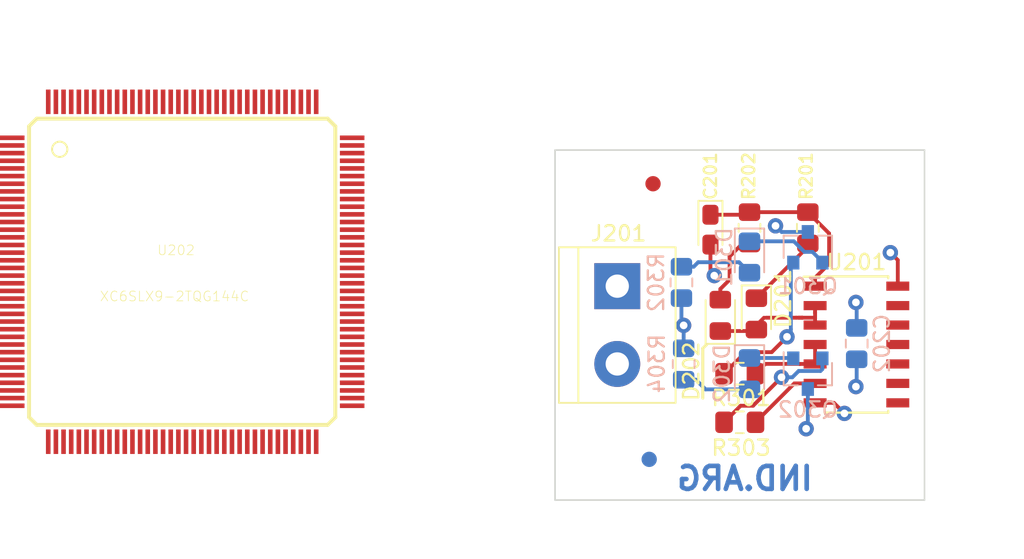
<source format=kicad_pcb>
(kicad_pcb (version 20171130) (host pcbnew "(5.0.0)")

  (general
    (thickness 1.6)
    (drawings 9)
    (tracks 90)
    (zones 0)
    (modules 23)
    (nets 159)
  )

  (page A4)
  (layers
    (0 F.Cu signal)
    (1 In1.Cu.GND power)
    (2 In2.Cu.VCC power)
    (31 B.Cu signal)
    (32 B.Adhes user)
    (33 F.Adhes user)
    (34 B.Paste user hide)
    (35 F.Paste user hide)
    (36 B.SilkS user hide)
    (37 F.SilkS user)
    (38 B.Mask user hide)
    (39 F.Mask user)
    (40 Dwgs.User user hide)
    (41 Cmts.User user)
    (42 Eco1.User user)
    (43 Eco2.User user)
    (44 Edge.Cuts user)
    (45 Margin user)
    (46 B.CrtYd user hide)
    (47 F.CrtYd user hide)
    (48 B.Fab user hide)
    (49 F.Fab user hide)
  )

  (setup
    (last_trace_width 0.25)
    (user_trace_width 0.3)
    (user_trace_width 0.5)
    (user_trace_width 0.8)
    (user_trace_width 1)
    (trace_clearance 0.25)
    (zone_clearance 0.508)
    (zone_45_only no)
    (trace_min 0.2)
    (segment_width 0.2)
    (edge_width 0.1)
    (via_size 1)
    (via_drill 0.5)
    (via_min_size 0.4)
    (via_min_drill 0.3)
    (user_via 1.4 0.7)
    (uvia_size 0.3)
    (uvia_drill 0.1)
    (uvias_allowed no)
    (uvia_min_size 0.2)
    (uvia_min_drill 0.1)
    (pcb_text_width 0.3)
    (pcb_text_size 1.5 1.5)
    (mod_edge_width 0.15)
    (mod_text_size 1 1)
    (mod_text_width 0.15)
    (pad_size 1.5 1.5)
    (pad_drill 0.6)
    (pad_to_mask_clearance 0.2)
    (aux_axis_origin 0 0)
    (visible_elements FFFFFF7F)
    (pcbplotparams
      (layerselection 0x010fc_ffffffff)
      (usegerberextensions false)
      (usegerberattributes false)
      (usegerberadvancedattributes false)
      (creategerberjobfile false)
      (excludeedgelayer true)
      (linewidth 0.100000)
      (plotframeref false)
      (viasonmask false)
      (mode 1)
      (useauxorigin false)
      (hpglpennumber 1)
      (hpglpenspeed 20)
      (hpglpendiameter 15.000000)
      (psnegative false)
      (psa4output false)
      (plotreference true)
      (plotvalue true)
      (plotinvisibletext false)
      (padsonsilk false)
      (subtractmaskfromsilk false)
      (outputformat 1)
      (mirror false)
      (drillshape 1)
      (scaleselection 1)
      (outputdirectory ""))
  )

  (net 0 "")
  (net 1 "Net-(C201-Pad1)")
  (net 2 GND)
  (net 3 +5V)
  (net 4 "Net-(D201-Pad2)")
  (net 5 "Net-(D201-Pad1)")
  (net 6 "Net-(D202-Pad2)")
  (net 7 "Net-(D301-Pad1)")
  (net 8 "Net-(D301-Pad2)")
  (net 9 "Net-(D302-Pad2)")
  (net 10 "Net-(D302-Pad1)")
  (net 11 "Net-(Q301-Pad2)")
  (net 12 "Net-(Q302-Pad2)")
  (net 13 "/Circuito con leds/LED1")
  (net 14 "/Circuito con leds/LED2")
  (net 15 "Net-(U202-PadP1)")
  (net 16 "Net-(U202-PadP2)")
  (net 17 "Net-(U202-PadP3)")
  (net 18 "Net-(U202-PadP4)")
  (net 19 "Net-(U202-PadP5)")
  (net 20 "Net-(U202-PadP6)")
  (net 21 "Net-(U202-PadP7)")
  (net 22 "Net-(U202-PadP8)")
  (net 23 "Net-(U202-PadP9)")
  (net 24 "Net-(U202-PadP10)")
  (net 25 "Net-(U202-PadP11)")
  (net 26 "Net-(U202-PadP12)")
  (net 27 "Net-(U202-PadP13)")
  (net 28 "Net-(U202-PadP14)")
  (net 29 "Net-(U202-PadP15)")
  (net 30 "Net-(U202-PadP16)")
  (net 31 "Net-(U202-PadP17)")
  (net 32 "Net-(U202-PadP18)")
  (net 33 "Net-(U202-PadP19)")
  (net 34 "Net-(U202-PadP20)")
  (net 35 "Net-(U202-PadP21)")
  (net 36 "Net-(U202-PadP22)")
  (net 37 "Net-(U202-PadP23)")
  (net 38 "Net-(U202-PadP24)")
  (net 39 "Net-(U202-PadP25)")
  (net 40 "Net-(U202-PadP26)")
  (net 41 "Net-(U202-PadP27)")
  (net 42 "Net-(U202-PadP28)")
  (net 43 "Net-(U202-PadP29)")
  (net 44 "Net-(U202-PadP30)")
  (net 45 "Net-(U202-PadP31)")
  (net 46 "Net-(U202-PadP32)")
  (net 47 "Net-(U202-PadP33)")
  (net 48 "Net-(U202-PadP34)")
  (net 49 "Net-(U202-PadP35)")
  (net 50 "Net-(U202-PadP36)")
  (net 51 "Net-(U202-PadP37)")
  (net 52 "Net-(U202-PadP38)")
  (net 53 "Net-(U202-PadP39)")
  (net 54 "Net-(U202-PadP40)")
  (net 55 "Net-(U202-PadP41)")
  (net 56 "Net-(U202-PadP42)")
  (net 57 "Net-(U202-PadP43)")
  (net 58 "Net-(U202-PadP44)")
  (net 59 "Net-(U202-PadP45)")
  (net 60 "Net-(U202-PadP46)")
  (net 61 "Net-(U202-PadP47)")
  (net 62 "Net-(U202-PadP48)")
  (net 63 "Net-(U202-PadP49)")
  (net 64 "Net-(U202-PadP50)")
  (net 65 "Net-(U202-PadP51)")
  (net 66 "Net-(U202-PadP52)")
  (net 67 "Net-(U202-PadP53)")
  (net 68 "Net-(U202-PadP54)")
  (net 69 "Net-(U202-PadP55)")
  (net 70 "Net-(U202-PadP56)")
  (net 71 "Net-(U202-PadP57)")
  (net 72 "Net-(U202-PadP58)")
  (net 73 "Net-(U202-PadP59)")
  (net 74 "Net-(U202-PadP60)")
  (net 75 "Net-(U202-PadP61)")
  (net 76 "Net-(U202-PadP62)")
  (net 77 "Net-(U202-PadP63)")
  (net 78 "Net-(U202-PadP64)")
  (net 79 "Net-(U202-PadP65)")
  (net 80 "Net-(U202-PadP66)")
  (net 81 "Net-(U202-PadP67)")
  (net 82 "Net-(U202-PadP68)")
  (net 83 "Net-(U202-PadP69)")
  (net 84 "Net-(U202-PadP70)")
  (net 85 "Net-(U202-PadP71)")
  (net 86 "Net-(U202-PadP72)")
  (net 87 "Net-(U202-PadP73)")
  (net 88 "Net-(U202-PadP74)")
  (net 89 "Net-(U202-PadP75)")
  (net 90 "Net-(U202-PadP76)")
  (net 91 "Net-(U202-PadP77)")
  (net 92 "Net-(U202-PadP78)")
  (net 93 "Net-(U202-PadP79)")
  (net 94 "Net-(U202-PadP80)")
  (net 95 "Net-(U202-PadP81)")
  (net 96 "Net-(U202-PadP82)")
  (net 97 "Net-(U202-PadP83)")
  (net 98 "Net-(U202-PadP84)")
  (net 99 "Net-(U202-PadP85)")
  (net 100 "Net-(U202-PadP86)")
  (net 101 "Net-(U202-PadP87)")
  (net 102 "Net-(U202-PadP88)")
  (net 103 "Net-(U202-PadP89)")
  (net 104 "Net-(U202-PadP90)")
  (net 105 "Net-(U202-PadP91)")
  (net 106 "Net-(U202-PadP92)")
  (net 107 "Net-(U202-PadP93)")
  (net 108 "Net-(U202-PadP94)")
  (net 109 "Net-(U202-PadP95)")
  (net 110 "Net-(U202-PadP96)")
  (net 111 "Net-(U202-PadP97)")
  (net 112 "Net-(U202-PadP98)")
  (net 113 "Net-(U202-PadP99)")
  (net 114 "Net-(U202-PadP100)")
  (net 115 "Net-(U202-PadP101)")
  (net 116 "Net-(U202-PadP102)")
  (net 117 "Net-(U202-PadP103)")
  (net 118 "Net-(U202-PadP104)")
  (net 119 "Net-(U202-PadP105)")
  (net 120 "Net-(U202-PadP106)")
  (net 121 "Net-(U202-PadP107)")
  (net 122 "Net-(U202-PadP108)")
  (net 123 "Net-(U202-PadP109)")
  (net 124 "Net-(U202-PadP110)")
  (net 125 "Net-(U202-PadP111)")
  (net 126 "Net-(U202-PadP112)")
  (net 127 "Net-(U202-PadP113)")
  (net 128 "Net-(U202-PadP114)")
  (net 129 "Net-(U202-PadP115)")
  (net 130 "Net-(U202-PadP116)")
  (net 131 "Net-(U202-PadP117)")
  (net 132 "Net-(U202-PadP118)")
  (net 133 "Net-(U202-PadP119)")
  (net 134 "Net-(U202-PadP120)")
  (net 135 "Net-(U202-PadP121)")
  (net 136 "Net-(U202-PadP122)")
  (net 137 "Net-(U202-PadP123)")
  (net 138 "Net-(U202-PadP124)")
  (net 139 "Net-(U202-PadP125)")
  (net 140 "Net-(U202-PadP126)")
  (net 141 "Net-(U202-PadP127)")
  (net 142 "Net-(U202-PadP128)")
  (net 143 "Net-(U202-PadP129)")
  (net 144 "Net-(U202-PadP130)")
  (net 145 "Net-(U202-PadP131)")
  (net 146 "Net-(U202-PadP132)")
  (net 147 "Net-(U202-PadP133)")
  (net 148 "Net-(U202-PadP134)")
  (net 149 "Net-(U202-PadP135)")
  (net 150 "Net-(U202-PadP136)")
  (net 151 "Net-(U202-PadP137)")
  (net 152 "Net-(U202-PadP138)")
  (net 153 "Net-(U202-PadP139)")
  (net 154 "Net-(U202-PadP140)")
  (net 155 "Net-(U202-PadP141)")
  (net 156 "Net-(U202-PadP142)")
  (net 157 "Net-(U202-PadP143)")
  (net 158 "Net-(U202-PadP144)")

  (net_class Default "Esta es la clase de red por defecto."
    (clearance 0.25)
    (trace_width 0.25)
    (via_dia 1)
    (via_drill 0.5)
    (uvia_dia 0.3)
    (uvia_drill 0.1)
    (add_net +5V)
    (add_net "/Circuito con leds/LED1")
    (add_net "/Circuito con leds/LED2")
    (add_net GND)
    (add_net "Net-(C201-Pad1)")
    (add_net "Net-(D201-Pad1)")
    (add_net "Net-(D201-Pad2)")
    (add_net "Net-(D202-Pad2)")
    (add_net "Net-(D301-Pad1)")
    (add_net "Net-(D301-Pad2)")
    (add_net "Net-(D302-Pad1)")
    (add_net "Net-(D302-Pad2)")
    (add_net "Net-(Q301-Pad2)")
    (add_net "Net-(Q302-Pad2)")
    (add_net "Net-(U202-PadP1)")
    (add_net "Net-(U202-PadP10)")
    (add_net "Net-(U202-PadP100)")
    (add_net "Net-(U202-PadP101)")
    (add_net "Net-(U202-PadP102)")
    (add_net "Net-(U202-PadP103)")
    (add_net "Net-(U202-PadP104)")
    (add_net "Net-(U202-PadP105)")
    (add_net "Net-(U202-PadP106)")
    (add_net "Net-(U202-PadP107)")
    (add_net "Net-(U202-PadP108)")
    (add_net "Net-(U202-PadP109)")
    (add_net "Net-(U202-PadP11)")
    (add_net "Net-(U202-PadP110)")
    (add_net "Net-(U202-PadP111)")
    (add_net "Net-(U202-PadP112)")
    (add_net "Net-(U202-PadP113)")
    (add_net "Net-(U202-PadP114)")
    (add_net "Net-(U202-PadP115)")
    (add_net "Net-(U202-PadP116)")
    (add_net "Net-(U202-PadP117)")
    (add_net "Net-(U202-PadP118)")
    (add_net "Net-(U202-PadP119)")
    (add_net "Net-(U202-PadP12)")
    (add_net "Net-(U202-PadP120)")
    (add_net "Net-(U202-PadP121)")
    (add_net "Net-(U202-PadP122)")
    (add_net "Net-(U202-PadP123)")
    (add_net "Net-(U202-PadP124)")
    (add_net "Net-(U202-PadP125)")
    (add_net "Net-(U202-PadP126)")
    (add_net "Net-(U202-PadP127)")
    (add_net "Net-(U202-PadP128)")
    (add_net "Net-(U202-PadP129)")
    (add_net "Net-(U202-PadP13)")
    (add_net "Net-(U202-PadP130)")
    (add_net "Net-(U202-PadP131)")
    (add_net "Net-(U202-PadP132)")
    (add_net "Net-(U202-PadP133)")
    (add_net "Net-(U202-PadP134)")
    (add_net "Net-(U202-PadP135)")
    (add_net "Net-(U202-PadP136)")
    (add_net "Net-(U202-PadP137)")
    (add_net "Net-(U202-PadP138)")
    (add_net "Net-(U202-PadP139)")
    (add_net "Net-(U202-PadP14)")
    (add_net "Net-(U202-PadP140)")
    (add_net "Net-(U202-PadP141)")
    (add_net "Net-(U202-PadP142)")
    (add_net "Net-(U202-PadP143)")
    (add_net "Net-(U202-PadP144)")
    (add_net "Net-(U202-PadP15)")
    (add_net "Net-(U202-PadP16)")
    (add_net "Net-(U202-PadP17)")
    (add_net "Net-(U202-PadP18)")
    (add_net "Net-(U202-PadP19)")
    (add_net "Net-(U202-PadP2)")
    (add_net "Net-(U202-PadP20)")
    (add_net "Net-(U202-PadP21)")
    (add_net "Net-(U202-PadP22)")
    (add_net "Net-(U202-PadP23)")
    (add_net "Net-(U202-PadP24)")
    (add_net "Net-(U202-PadP25)")
    (add_net "Net-(U202-PadP26)")
    (add_net "Net-(U202-PadP27)")
    (add_net "Net-(U202-PadP28)")
    (add_net "Net-(U202-PadP29)")
    (add_net "Net-(U202-PadP3)")
    (add_net "Net-(U202-PadP30)")
    (add_net "Net-(U202-PadP31)")
    (add_net "Net-(U202-PadP32)")
    (add_net "Net-(U202-PadP33)")
    (add_net "Net-(U202-PadP34)")
    (add_net "Net-(U202-PadP35)")
    (add_net "Net-(U202-PadP36)")
    (add_net "Net-(U202-PadP37)")
    (add_net "Net-(U202-PadP38)")
    (add_net "Net-(U202-PadP39)")
    (add_net "Net-(U202-PadP4)")
    (add_net "Net-(U202-PadP40)")
    (add_net "Net-(U202-PadP41)")
    (add_net "Net-(U202-PadP42)")
    (add_net "Net-(U202-PadP43)")
    (add_net "Net-(U202-PadP44)")
    (add_net "Net-(U202-PadP45)")
    (add_net "Net-(U202-PadP46)")
    (add_net "Net-(U202-PadP47)")
    (add_net "Net-(U202-PadP48)")
    (add_net "Net-(U202-PadP49)")
    (add_net "Net-(U202-PadP5)")
    (add_net "Net-(U202-PadP50)")
    (add_net "Net-(U202-PadP51)")
    (add_net "Net-(U202-PadP52)")
    (add_net "Net-(U202-PadP53)")
    (add_net "Net-(U202-PadP54)")
    (add_net "Net-(U202-PadP55)")
    (add_net "Net-(U202-PadP56)")
    (add_net "Net-(U202-PadP57)")
    (add_net "Net-(U202-PadP58)")
    (add_net "Net-(U202-PadP59)")
    (add_net "Net-(U202-PadP6)")
    (add_net "Net-(U202-PadP60)")
    (add_net "Net-(U202-PadP61)")
    (add_net "Net-(U202-PadP62)")
    (add_net "Net-(U202-PadP63)")
    (add_net "Net-(U202-PadP64)")
    (add_net "Net-(U202-PadP65)")
    (add_net "Net-(U202-PadP66)")
    (add_net "Net-(U202-PadP67)")
    (add_net "Net-(U202-PadP68)")
    (add_net "Net-(U202-PadP69)")
    (add_net "Net-(U202-PadP7)")
    (add_net "Net-(U202-PadP70)")
    (add_net "Net-(U202-PadP71)")
    (add_net "Net-(U202-PadP72)")
    (add_net "Net-(U202-PadP73)")
    (add_net "Net-(U202-PadP74)")
    (add_net "Net-(U202-PadP75)")
    (add_net "Net-(U202-PadP76)")
    (add_net "Net-(U202-PadP77)")
    (add_net "Net-(U202-PadP78)")
    (add_net "Net-(U202-PadP79)")
    (add_net "Net-(U202-PadP8)")
    (add_net "Net-(U202-PadP80)")
    (add_net "Net-(U202-PadP81)")
    (add_net "Net-(U202-PadP82)")
    (add_net "Net-(U202-PadP83)")
    (add_net "Net-(U202-PadP84)")
    (add_net "Net-(U202-PadP85)")
    (add_net "Net-(U202-PadP86)")
    (add_net "Net-(U202-PadP87)")
    (add_net "Net-(U202-PadP88)")
    (add_net "Net-(U202-PadP89)")
    (add_net "Net-(U202-PadP9)")
    (add_net "Net-(U202-PadP90)")
    (add_net "Net-(U202-PadP91)")
    (add_net "Net-(U202-PadP92)")
    (add_net "Net-(U202-PadP93)")
    (add_net "Net-(U202-PadP94)")
    (add_net "Net-(U202-PadP95)")
    (add_net "Net-(U202-PadP96)")
    (add_net "Net-(U202-PadP97)")
    (add_net "Net-(U202-PadP98)")
    (add_net "Net-(U202-PadP99)")
  )

  (module SPARTAN6:TQ144 (layer F.Cu) (tedit 0) (tstamp 5BF4EC49)
    (at 140.75 58.75)
    (descr "<b>TQ144 TQG144</b>")
    (path /5BB7D356/5BB8A4C7)
    (attr smd)
    (fp_text reference U202 (at -0.401494 -1.40524) (layer F.SilkS)
      (effects (font (size 0.632278 0.632278) (thickness 0.05)))
    )
    (fp_text value XC6SLX9-2TQG144C (at -0.502005 1.60642) (layer F.SilkS)
      (effects (font (size 0.63245 0.63245) (thickness 0.05)))
    )
    (fp_line (start -9.625 -9.275) (end -9.625 9.275) (layer Dwgs.User) (width 0.127))
    (fp_line (start -9.625 9.275) (end -9.275 9.625) (layer Dwgs.User) (width 0.127))
    (fp_line (start -9.275 9.625) (end 9.275 9.625) (layer Dwgs.User) (width 0.127))
    (fp_line (start 9.275 9.625) (end 9.625 9.275) (layer Dwgs.User) (width 0.127))
    (fp_line (start 9.625 9.275) (end 9.625 -9.275) (layer Dwgs.User) (width 0.127))
    (fp_line (start 9.625 -9.275) (end 9.275 -9.625) (layer Dwgs.User) (width 0.127))
    (fp_line (start 9.275 -9.625) (end -9.275 -9.625) (layer Dwgs.User) (width 0.127))
    (fp_line (start -9.275 -9.625) (end -9.625 -9.275) (layer Dwgs.User) (width 0.127))
    (fp_line (start -10 -9.5) (end -10 9.5) (layer F.SilkS) (width 0.254))
    (fp_line (start -10 9.5) (end -9.5 10) (layer F.SilkS) (width 0.254))
    (fp_line (start -9.5 10) (end 9.5 10) (layer F.SilkS) (width 0.254))
    (fp_line (start 9.5 10) (end 10 9.5) (layer F.SilkS) (width 0.254))
    (fp_line (start 10 9.5) (end 10 -9.5) (layer F.SilkS) (width 0.254))
    (fp_line (start 10 -9.5) (end 9.5 -10) (layer F.SilkS) (width 0.254))
    (fp_line (start 9.5 -10) (end -9.5 -10) (layer F.SilkS) (width 0.254))
    (fp_line (start -9.5 -10) (end -10 -9.5) (layer F.SilkS) (width 0.254))
    (fp_circle (center -8 -8) (end -7.5 -8) (layer F.SilkS) (width 0.127))
    (fp_poly (pts (xy -11.0184 -8.88) (xy -10 -8.88) (xy -10 -8.63447) (xy -11.0184 -8.63447)) (layer Dwgs.User) (width 0))
    (fp_poly (pts (xy -11.0469 -8.38) (xy -10 -8.38) (xy -10 -8.1546) (xy -11.0469 -8.1546)) (layer Dwgs.User) (width 0))
    (fp_poly (pts (xy -11.0098 -7.88) (xy -10 -7.88) (xy -10 -7.62681) (xy -11.0098 -7.62681)) (layer Dwgs.User) (width 0))
    (fp_poly (pts (xy -11.0296 -7.38) (xy -10 -7.38) (xy -10 -7.13916) (xy -11.0296 -7.13916)) (layer Dwgs.User) (width 0))
    (fp_poly (pts (xy -11.0308 -6.88) (xy -10 -6.88) (xy -10 -6.63854) (xy -11.0308 -6.63854)) (layer Dwgs.User) (width 0))
    (fp_poly (pts (xy -11.0177 -6.38) (xy -10 -6.38) (xy -10 -6.12986) (xy -11.0177 -6.12986)) (layer Dwgs.User) (width 0))
    (fp_poly (pts (xy -11.0291 -5.88) (xy -10 -5.88) (xy -10 -5.63489) (xy -11.0291 -5.63489)) (layer Dwgs.User) (width 0))
    (fp_poly (pts (xy -11.042 -5.38) (xy -10 -5.38) (xy -10 -5.13955) (xy -11.042 -5.13955)) (layer Dwgs.User) (width 0))
    (fp_poly (pts (xy -11.0282 -4.88) (xy -10 -4.88) (xy -10 -4.63187) (xy -11.0282 -4.63187)) (layer Dwgs.User) (width 0))
    (fp_poly (pts (xy -11.019 -4.38) (xy -10 -4.38) (xy -10 -4.12711) (xy -11.019 -4.12711)) (layer Dwgs.User) (width 0))
    (fp_poly (pts (xy -11.0557 -3.88) (xy -10 -3.88) (xy -10 -3.63831) (xy -11.0557 -3.63831)) (layer Dwgs.User) (width 0))
    (fp_poly (pts (xy -11.0147 -3.38) (xy -10 -3.38) (xy -10 -3.12416) (xy -11.0147 -3.12416)) (layer Dwgs.User) (width 0))
    (fp_poly (pts (xy -11.0568 -2.88) (xy -10 -2.88) (xy -10 -2.63352) (xy -11.0568 -2.63352)) (layer Dwgs.User) (width 0))
    (fp_poly (pts (xy -11.0268 -2.38) (xy -10 -2.38) (xy -10 -2.12516) (xy -11.0268 -2.12516)) (layer Dwgs.User) (width 0))
    (fp_poly (pts (xy -11.0272 -1.88) (xy -10 -1.88) (xy -10 -1.624) (xy -11.0272 -1.624)) (layer Dwgs.User) (width 0))
    (fp_poly (pts (xy -11.0338 -1.38) (xy -10 -1.38) (xy -10 -1.12344) (xy -11.0338 -1.12344)) (layer Dwgs.User) (width 0))
    (fp_poly (pts (xy -11.0307 -0.88) (xy -10 -0.88) (xy -10 -0.621732) (xy -11.0307 -0.621732)) (layer Dwgs.User) (width 0))
    (fp_poly (pts (xy -11.0218 -0.38) (xy -10 -0.38) (xy -10 -0.120239) (xy -11.0218 -0.120239)) (layer Dwgs.User) (width 0))
    (fp_poly (pts (xy -11.0292 0.12) (xy -10 0.12) (xy -10 0.381009) (xy -11.0292 0.381009)) (layer Dwgs.User) (width 0))
    (fp_poly (pts (xy -11.0128 0.62) (xy -10 0.62) (xy -10 0.881023) (xy -11.0128 0.881023)) (layer Dwgs.User) (width 0))
    (fp_poly (pts (xy -11.0211 1.12) (xy -10 1.12) (xy -10 1.38265) (xy -11.0211 1.38265)) (layer Dwgs.User) (width 0))
    (fp_poly (pts (xy -11.0305 1.62) (xy -10 1.62) (xy -10 1.88521) (xy -11.0305 1.88521)) (layer Dwgs.User) (width 0))
    (fp_poly (pts (xy -11.0074 2.12) (xy -10 2.12) (xy -10 2.38161) (xy -11.0074 2.38161)) (layer Dwgs.User) (width 0))
    (fp_poly (pts (xy -11.0461 2.62) (xy -10 2.62) (xy -10 2.89207) (xy -11.0461 2.89207)) (layer Dwgs.User) (width 0))
    (fp_poly (pts (xy -11.0319 3.12) (xy -10 3.12) (xy -10 3.3898) (xy -11.0319 3.3898)) (layer Dwgs.User) (width 0))
    (fp_poly (pts (xy -11.026 3.62) (xy -10 3.62) (xy -10 3.88918) (xy -11.026 3.88918)) (layer Dwgs.User) (width 0))
    (fp_poly (pts (xy -11.0353 4.12) (xy -10 4.12) (xy -10 4.39401) (xy -11.0353 4.39401)) (layer Dwgs.User) (width 0))
    (fp_poly (pts (xy -11.0529 4.62) (xy -10 4.62) (xy -10 4.90346) (xy -11.0529 4.90346)) (layer Dwgs.User) (width 0))
    (fp_poly (pts (xy -11.0265 5.12) (xy -10 5.12) (xy -10 5.39294) (xy -11.0265 5.39294)) (layer Dwgs.User) (width 0))
    (fp_poly (pts (xy -11.0303 5.62) (xy -10 5.62) (xy -10 5.89624) (xy -11.0303 5.89624)) (layer Dwgs.User) (width 0))
    (fp_poly (pts (xy -11.0333 6.12) (xy -10 6.12) (xy -10 6.39926) (xy -11.0333 6.39926)) (layer Dwgs.User) (width 0))
    (fp_poly (pts (xy -11.0234 6.62) (xy -10 6.62) (xy -10 6.89461) (xy -11.0234 6.89461)) (layer Dwgs.User) (width 0))
    (fp_poly (pts (xy -11.0292 7.12) (xy -10 7.12) (xy -10 7.39958) (xy -11.0292 7.39958)) (layer Dwgs.User) (width 0))
    (fp_poly (pts (xy -11.013 7.62) (xy -10 7.62) (xy -10 7.88929) (xy -11.013 7.88929)) (layer Dwgs.User) (width 0))
    (fp_poly (pts (xy -11.0211 8.12) (xy -10 8.12) (xy -10 8.396) (xy -11.0211 8.396)) (layer Dwgs.User) (width 0))
    (fp_poly (pts (xy -11.0201 8.62) (xy -10 8.62) (xy -10 8.89624) (xy -11.0201 8.89624)) (layer Dwgs.User) (width 0))
    (fp_poly (pts (xy -8.90171 10) (xy -8.62 10) (xy -8.62 11.0268) (xy -8.90171 11.0268)) (layer Dwgs.User) (width 0))
    (fp_poly (pts (xy -8.41245 10) (xy -8.12 10) (xy -8.12 11.0427) (xy -8.41245 11.0427)) (layer Dwgs.User) (width 0))
    (fp_poly (pts (xy -7.89195 10) (xy -7.62 10) (xy -7.62 11.0166) (xy -7.89195 11.0166)) (layer Dwgs.User) (width 0))
    (fp_poly (pts (xy -7.39625 10) (xy -7.12 10) (xy -7.12 11.0242) (xy -7.39625 11.0242)) (layer Dwgs.User) (width 0))
    (fp_poly (pts (xy -6.90303 10) (xy -6.62 10) (xy -6.62 11.0368) (xy -6.90303 11.0368)) (layer Dwgs.User) (width 0))
    (fp_poly (pts (xy -6.398 10) (xy -6.12 10) (xy -6.12 11.031) (xy -6.398 11.031)) (layer Dwgs.User) (width 0))
    (fp_poly (pts (xy -5.89793 10) (xy -5.62 10) (xy -5.62 11.0335) (xy -5.89793 11.0335)) (layer Dwgs.User) (width 0))
    (fp_poly (pts (xy -5.3998 10) (xy -5.12 10) (xy -5.12 11.0405) (xy -5.3998 11.0405)) (layer Dwgs.User) (width 0))
    (fp_poly (pts (xy -4.90447 10) (xy -4.62 10) (xy -4.62 11.0551) (xy -4.90447 11.0551)) (layer Dwgs.User) (width 0))
    (fp_poly (pts (xy -4.39602 10) (xy -4.12 10) (xy -4.12 11.0403) (xy -4.39602 11.0403)) (layer Dwgs.User) (width 0))
    (fp_poly (pts (xy -3.88825 10) (xy -3.62 10) (xy -3.62 11.0233) (xy -3.88825 11.0233)) (layer Dwgs.User) (width 0))
    (fp_poly (pts (xy -3.39271 10) (xy -3.12 10) (xy -3.12 11.0413) (xy -3.39271 11.0413)) (layer Dwgs.User) (width 0))
    (fp_poly (pts (xy -2.89195 10) (xy -2.62 10) (xy -2.62 11.0456) (xy -2.89195 11.0456)) (layer Dwgs.User) (width 0))
    (fp_poly (pts (xy -2.38589 10) (xy -2.12 10) (xy -2.12 11.0272) (xy -2.38589 11.0272)) (layer Dwgs.User) (width 0))
    (fp_poly (pts (xy -1.88407 10) (xy -1.62 10) (xy -1.62 11.0239) (xy -1.88407 11.0239)) (layer Dwgs.User) (width 0))
    (fp_poly (pts (xy -1.38341 10) (xy -1.12 10) (xy -1.12 11.0272) (xy -1.38341 11.0272)) (layer Dwgs.User) (width 0))
    (fp_poly (pts (xy -0.883176 10) (xy -0.62 10) (xy -0.62 11.0396) (xy -0.883176 11.0396)) (layer Dwgs.User) (width 0))
    (fp_poly (pts (xy -0.381353 10) (xy -0.12 10) (xy -0.12 11.0392) (xy -0.381353 11.0392)) (layer Dwgs.User) (width 0))
    (fp_poly (pts (xy 0.120524 10) (xy 0.38 10) (xy 0.38 11.048) (xy 0.120524 11.048)) (layer Dwgs.User) (width 0))
    (fp_poly (pts (xy 0.621646 10) (xy 0.88 10) (xy 0.88 11.0292) (xy 0.621646 11.0292)) (layer Dwgs.User) (width 0))
    (fp_poly (pts (xy 1.12284 10) (xy 1.38 10) (xy 1.38 11.0278) (xy 1.12284 11.0278)) (layer Dwgs.User) (width 0))
    (fp_poly (pts (xy 1.6259 10) (xy 1.88 10) (xy 1.88 11.04) (xy 1.6259 11.04)) (layer Dwgs.User) (width 0))
    (fp_poly (pts (xy 2.12399 10) (xy 2.38 10) (xy 2.38 11.0207) (xy 2.12399 11.0207)) (layer Dwgs.User) (width 0))
    (fp_poly (pts (xy 2.62846 10) (xy 2.88 10) (xy 2.88 11.0354) (xy 2.62846 11.0354)) (layer Dwgs.User) (width 0))
    (fp_poly (pts (xy 3.13451 10) (xy 3.38 10) (xy 3.38 11.0511) (xy 3.13451 11.0511)) (layer Dwgs.User) (width 0))
    (fp_poly (pts (xy 3.6346 10) (xy 3.88 10) (xy 3.88 11.0445) (xy 3.6346 11.0445)) (layer Dwgs.User) (width 0))
    (fp_poly (pts (xy 4.13415 10) (xy 4.38 10) (xy 4.38 11.0377) (xy 4.13415 11.0377)) (layer Dwgs.User) (width 0))
    (fp_poly (pts (xy 4.62751 10) (xy 4.88 10) (xy 4.88 11.0179) (xy 4.62751 11.0179)) (layer Dwgs.User) (width 0))
    (fp_poly (pts (xy 5.13724 10) (xy 5.38 10) (xy 5.38 11.0371) (xy 5.13724 11.0371)) (layer Dwgs.User) (width 0))
    (fp_poly (pts (xy 5.64469 10) (xy 5.88 10) (xy 5.88 11.0484) (xy 5.64469 11.0484)) (layer Dwgs.User) (width 0))
    (fp_poly (pts (xy 6.13686 10) (xy 6.38 10) (xy 6.38 11.0302) (xy 6.13686 11.0302)) (layer Dwgs.User) (width 0))
    (fp_poly (pts (xy 6.63746 10) (xy 6.88 10) (xy 6.88 11.029) (xy 6.63746 11.029)) (layer Dwgs.User) (width 0))
    (fp_poly (pts (xy 7.1474 10) (xy 7.38 10) (xy 7.38 11.0423) (xy 7.1474 11.0423)) (layer Dwgs.User) (width 0))
    (fp_poly (pts (xy 7.66001 10) (xy 7.88 10) (xy 7.88 11.0578) (xy 7.66001 11.0578)) (layer Dwgs.User) (width 0))
    (fp_poly (pts (xy 8.15073 10) (xy 8.38 10) (xy 8.38 11.0417) (xy 8.15073 11.0417)) (layer Dwgs.User) (width 0))
    (fp_poly (pts (xy 8.65105 10) (xy 8.88 10) (xy 8.88 11.0397) (xy 8.65105 11.0397)) (layer Dwgs.User) (width 0))
    (fp_poly (pts (xy 10.0347 8.62) (xy 11 8.62) (xy 11 8.91075) (xy 10.0347 8.91075)) (layer Dwgs.User) (width 0))
    (fp_poly (pts (xy 10.0471 8.12) (xy 11 8.12) (xy 11 8.41943) (xy 10.0471 8.41943)) (layer Dwgs.User) (width 0))
    (fp_poly (pts (xy 10.0307 7.62) (xy 11 7.62) (xy 11 7.90417) (xy 10.0307 7.90417)) (layer Dwgs.User) (width 0))
    (fp_poly (pts (xy 10.0262 7.12) (xy 11 7.12) (xy 11 7.39932) (xy 10.0262 7.39932)) (layer Dwgs.User) (width 0))
    (fp_poly (pts (xy 10.0287 6.62) (xy 11 6.62) (xy 11 6.89982) (xy 10.0287 6.89982)) (layer Dwgs.User) (width 0))
    (fp_poly (pts (xy 10.0402 6.12) (xy 11 6.12) (xy 11 6.40566) (xy 10.0402 6.40566)) (layer Dwgs.User) (width 0))
    (fp_poly (pts (xy 10.0211 5.62) (xy 11 5.62) (xy 11 5.89243) (xy 10.0211 5.89243)) (layer Dwgs.User) (width 0))
    (fp_poly (pts (xy 10.0201 5.12) (xy 11 5.12) (xy 11 5.39075) (xy 10.0201 5.39075)) (layer Dwgs.User) (width 0))
    (fp_poly (pts (xy 10.0346 4.62) (xy 11 4.62) (xy 11 4.89688) (xy 10.0346 4.89688)) (layer Dwgs.User) (width 0))
    (fp_poly (pts (xy 10.0456 4.12) (xy 11 4.12) (xy 11 4.39997) (xy 10.0456 4.39997)) (layer Dwgs.User) (width 0))
    (fp_poly (pts (xy 10.0429 3.62) (xy 11 3.62) (xy 11 3.89663) (xy 10.0429 3.89663)) (layer Dwgs.User) (width 0))
    (fp_poly (pts (xy 10.0285 3.12) (xy 11 3.12) (xy 11 3.38965) (xy 10.0285 3.38965)) (layer Dwgs.User) (width 0))
    (fp_poly (pts (xy 10.0439 2.62) (xy 11 2.62) (xy 11 2.8926) (xy 10.0439 2.8926)) (layer Dwgs.User) (width 0))
    (fp_poly (pts (xy 10.024 2.12) (xy 11 2.12) (xy 11 2.38572) (xy 10.024 2.38572)) (layer Dwgs.User) (width 0))
    (fp_poly (pts (xy 10.0277 1.62) (xy 11 1.62) (xy 11 1.88522) (xy 10.0277 1.88522)) (layer Dwgs.User) (width 0))
    (fp_poly (pts (xy 10.0243 1.12) (xy 11 1.12) (xy 11 1.38334) (xy 10.0243 1.38334)) (layer Dwgs.User) (width 0))
    (fp_poly (pts (xy 10.0358 0.62) (xy 11 0.62) (xy 11 0.883154) (xy 10.0358 0.883154)) (layer Dwgs.User) (width 0))
    (fp_poly (pts (xy 10.0281 0.12) (xy 11 0.12) (xy 11 0.381069) (xy 10.0281 0.381069)) (layer Dwgs.User) (width 0))
    (fp_poly (pts (xy 10.031 -0.38) (xy 11 -0.38) (xy 11 -0.120372) (xy 10.031 -0.120372)) (layer Dwgs.User) (width 0))
    (fp_poly (pts (xy 10.0358 -0.88) (xy 11 -0.88) (xy 11 -0.622217) (xy 10.0358 -0.622217)) (layer Dwgs.User) (width 0))
    (fp_poly (pts (xy 10.0347 -1.38) (xy 11 -1.38) (xy 11 -1.12388) (xy 10.0347 -1.12388)) (layer Dwgs.User) (width 0))
    (fp_poly (pts (xy 10.0227 -1.88) (xy 11 -1.88) (xy 11 -1.62368) (xy 10.0227 -1.62368)) (layer Dwgs.User) (width 0))
    (fp_poly (pts (xy 10.0157 -2.38) (xy 11 -2.38) (xy 11 -2.12332) (xy 10.0157 -2.12332)) (layer Dwgs.User) (width 0))
    (fp_poly (pts (xy 10.0424 -2.88) (xy 11 -2.88) (xy 11 -2.6311) (xy 10.0424 -2.6311)) (layer Dwgs.User) (width 0))
    (fp_poly (pts (xy 10.0317 -3.38) (xy 11 -3.38) (xy 11 -3.12993) (xy 10.0317 -3.12993)) (layer Dwgs.User) (width 0))
    (fp_poly (pts (xy 10.0261 -3.88) (xy 11 -3.88) (xy 11 -3.62946) (xy 10.0261 -3.62946)) (layer Dwgs.User) (width 0))
    (fp_poly (pts (xy 10.0077 -4.38) (xy 11 -4.38) (xy 11 -4.12318) (xy 10.0077 -4.12318)) (layer Dwgs.User) (width 0))
    (fp_poly (pts (xy 10.0257 -4.88) (xy 11 -4.88) (xy 11 -4.63186) (xy 10.0257 -4.63186)) (layer Dwgs.User) (width 0))
    (fp_poly (pts (xy 10.0362 -5.38) (xy 11 -5.38) (xy 11 -5.13854) (xy 10.0362 -5.13854)) (layer Dwgs.User) (width 0))
    (fp_poly (pts (xy 10.0221 -5.88) (xy 11 -5.88) (xy 11 -5.63243) (xy 10.0221 -5.63243)) (layer Dwgs.User) (width 0))
    (fp_poly (pts (xy 10.0248 -6.38) (xy 11 -6.38) (xy 11 -6.13516) (xy 10.0248 -6.13516)) (layer Dwgs.User) (width 0))
    (fp_poly (pts (xy 10.0274 -6.88) (xy 11 -6.88) (xy 11 -6.63812) (xy 10.0274 -6.63812)) (layer Dwgs.User) (width 0))
    (fp_poly (pts (xy 10.039 -7.38) (xy 11 -7.38) (xy 11 -7.14778) (xy 10.039 -7.14778)) (layer Dwgs.User) (width 0))
    (fp_poly (pts (xy 10.0489 -7.88) (xy 11 -7.88) (xy 11 -7.65731) (xy 10.0489 -7.65731)) (layer Dwgs.User) (width 0))
    (fp_poly (pts (xy 10.0297 -8.38) (xy 11 -8.38) (xy 11 -8.14411) (xy 10.0297 -8.14411)) (layer Dwgs.User) (width 0))
    (fp_poly (pts (xy 10.0329 -8.88) (xy 11 -8.88) (xy 11 -8.64826) (xy 10.0329 -8.64826)) (layer Dwgs.User) (width 0))
    (fp_poly (pts (xy 8.63705 -11) (xy 8.88 -11) (xy 8.88 -10.0197) (xy 8.63705 -10.0197)) (layer Dwgs.User) (width 0))
    (fp_poly (pts (xy 8.14592 -11) (xy 8.38 -11) (xy 8.38 -10.032) (xy 8.14592 -10.032)) (layer Dwgs.User) (width 0))
    (fp_poly (pts (xy 7.64754 -11) (xy 7.88 -11) (xy 7.88 -10.0361) (xy 7.64754 -10.0361)) (layer Dwgs.User) (width 0))
    (fp_poly (pts (xy 7.13945 -11) (xy 7.38 -11) (xy 7.38 -10.0274) (xy 7.13945 -10.0274)) (layer Dwgs.User) (width 0))
    (fp_poly (pts (xy 6.6388 -11) (xy 6.88 -11) (xy 6.88 -10.0284) (xy 6.6388 -10.0284)) (layer Dwgs.User) (width 0))
    (fp_poly (pts (xy 6.13979 -11) (xy 6.38 -11) (xy 6.38 -10.0323) (xy 6.13979 -10.0323)) (layer Dwgs.User) (width 0))
    (fp_poly (pts (xy 5.63711 -11) (xy 5.88 -11) (xy 5.88 -10.0304) (xy 5.63711 -10.0304)) (layer Dwgs.User) (width 0))
    (fp_poly (pts (xy 5.14504 -11) (xy 5.38 -11) (xy 5.38 -10.0489) (xy 5.14504 -10.0489)) (layer Dwgs.User) (width 0))
    (fp_poly (pts (xy 4.63548 -11) (xy 4.88 -11) (xy 4.88 -10.0335) (xy 4.63548 -10.0335)) (layer Dwgs.User) (width 0))
    (fp_poly (pts (xy 4.12967 -11) (xy 4.38 -11) (xy 4.38 -10.0235) (xy 4.12967 -10.0235)) (layer Dwgs.User) (width 0))
    (fp_poly (pts (xy 3.63028 -11) (xy 3.88 -11) (xy 3.88 -10.0284) (xy 3.63028 -10.0284)) (layer Dwgs.User) (width 0))
    (fp_poly (pts (xy 3.13082 -11) (xy 3.38 -11) (xy 3.38 -10.0346) (xy 3.13082 -10.0346)) (layer Dwgs.User) (width 0))
    (fp_poly (pts (xy 2.62604 -11) (xy 2.88 -11) (xy 2.88 -10.0231) (xy 2.62604 -10.0231)) (layer Dwgs.User) (width 0))
    (fp_poly (pts (xy 2.1268 -11) (xy 2.38 -11) (xy 2.38 -10.0321) (xy 2.1268 -10.0321)) (layer Dwgs.User) (width 0))
    (fp_poly (pts (xy 1.62141 -11) (xy 1.88 -11) (xy 1.88 -10.0088) (xy 1.62141 -10.0088)) (layer Dwgs.User) (width 0))
    (fp_poly (pts (xy 1.12518 -11) (xy 1.38 -11) (xy 1.38 -10.0462) (xy 1.12518 -10.0462)) (layer Dwgs.User) (width 0))
    (fp_poly (pts (xy 0.622286 -11) (xy 0.88 -11) (xy 0.88 -10.0369) (xy 0.622286 -10.0369)) (layer Dwgs.User) (width 0))
    (fp_poly (pts (xy 0.12038 -11) (xy 0.38 -11) (xy 0.38 -10.0316) (xy 0.12038 -10.0316)) (layer Dwgs.User) (width 0))
    (fp_poly (pts (xy -0.381277 -11) (xy -0.12 -11) (xy -0.12 -10.0336) (xy -0.381277 -10.0336)) (layer Dwgs.User) (width 0))
    (fp_poly (pts (xy -0.881705 -11) (xy -0.62 -11) (xy -0.62 -10.0194) (xy -0.881705 -10.0194)) (layer Dwgs.User) (width 0))
    (fp_poly (pts (xy -1.38558 -11) (xy -1.12 -11) (xy -1.12 -10.0404) (xy -1.38558 -10.0404)) (layer Dwgs.User) (width 0))
    (fp_poly (pts (xy -1.88544 -11) (xy -1.62 -11) (xy -1.62 -10.029) (xy -1.88544 -10.029)) (layer Dwgs.User) (width 0))
    (fp_poly (pts (xy -2.38292 -11) (xy -2.12 -11) (xy -2.12 -10.0123) (xy -2.38292 -10.0123)) (layer Dwgs.User) (width 0))
    (fp_poly (pts (xy -2.88973 -11) (xy -2.62 -11) (xy -2.62 -10.0338) (xy -2.88973 -10.0338)) (layer Dwgs.User) (width 0))
    (fp_poly (pts (xy -3.38962 -11) (xy -3.12 -11) (xy -3.12 -10.0284) (xy -3.38962 -10.0284)) (layer Dwgs.User) (width 0))
    (fp_poly (pts (xy -3.89077 -11) (xy -3.62 -11) (xy -3.62 -10.0278) (xy -3.89077 -10.0278)) (layer Dwgs.User) (width 0))
    (fp_poly (pts (xy -4.39074 -11) (xy -4.12 -11) (xy -4.12 -10.0245) (xy -4.39074 -10.0245)) (layer Dwgs.User) (width 0))
    (fp_poly (pts (xy -4.89694 -11) (xy -4.62 -11) (xy -4.62 -10.0347) (xy -4.89694 -10.0347)) (layer Dwgs.User) (width 0))
    (fp_poly (pts (xy -5.40493 -11) (xy -5.12 -11) (xy -5.12 -10.0463) (xy -5.40493 -10.0463)) (layer Dwgs.User) (width 0))
    (fp_poly (pts (xy -5.89043 -11) (xy -5.62 -11) (xy -5.62 -10.0177) (xy -5.89043 -10.0177)) (layer Dwgs.User) (width 0))
    (fp_poly (pts (xy -6.39495 -11) (xy -6.12 -11) (xy -6.12 -10.0235) (xy -6.39495 -10.0235)) (layer Dwgs.User) (width 0))
    (fp_poly (pts (xy -6.89787 -11) (xy -6.62 -11) (xy -6.62 -10.026) (xy -6.89787 -10.026)) (layer Dwgs.User) (width 0))
    (fp_poly (pts (xy -7.40046 -11) (xy -7.12 -11) (xy -7.12 -10.0278) (xy -7.40046 -10.0278)) (layer Dwgs.User) (width 0))
    (fp_poly (pts (xy -7.89356 -11) (xy -7.62 -11) (xy -7.62 -10.0172) (xy -7.89356 -10.0172)) (layer Dwgs.User) (width 0))
    (fp_poly (pts (xy -8.40814 -11) (xy -8.12 -11) (xy -8.12 -10.0336) (xy -8.40814 -10.0336)) (layer Dwgs.User) (width 0))
    (fp_poly (pts (xy -8.90855 -11) (xy -8.62 -11) (xy -8.62 -10.0321) (xy -8.90855 -10.0321)) (layer Dwgs.User) (width 0))
    (pad P1 smd rect (at -11.1 -8.75) (size 1.6 0.3) (layers F.Cu F.Paste F.Mask)
      (net 15 "Net-(U202-PadP1)"))
    (pad P2 smd rect (at -11.1 -8.25) (size 1.6 0.3) (layers F.Cu F.Paste F.Mask)
      (net 16 "Net-(U202-PadP2)"))
    (pad P3 smd rect (at -11.1 -7.75) (size 1.6 0.3) (layers F.Cu F.Paste F.Mask)
      (net 17 "Net-(U202-PadP3)"))
    (pad P4 smd rect (at -11.1 -7.25) (size 1.6 0.3) (layers F.Cu F.Paste F.Mask)
      (net 18 "Net-(U202-PadP4)"))
    (pad P5 smd rect (at -11.1 -6.75) (size 1.6 0.3) (layers F.Cu F.Paste F.Mask)
      (net 19 "Net-(U202-PadP5)"))
    (pad P6 smd rect (at -11.1 -6.25) (size 1.6 0.3) (layers F.Cu F.Paste F.Mask)
      (net 20 "Net-(U202-PadP6)"))
    (pad P7 smd rect (at -11.1 -5.75) (size 1.6 0.3) (layers F.Cu F.Paste F.Mask)
      (net 21 "Net-(U202-PadP7)"))
    (pad P8 smd rect (at -11.1 -5.25) (size 1.6 0.3) (layers F.Cu F.Paste F.Mask)
      (net 22 "Net-(U202-PadP8)"))
    (pad P9 smd rect (at -11.1 -4.75) (size 1.6 0.3) (layers F.Cu F.Paste F.Mask)
      (net 23 "Net-(U202-PadP9)"))
    (pad P10 smd rect (at -11.1 -4.25) (size 1.6 0.3) (layers F.Cu F.Paste F.Mask)
      (net 24 "Net-(U202-PadP10)"))
    (pad P11 smd rect (at -11.1 -3.75) (size 1.6 0.3) (layers F.Cu F.Paste F.Mask)
      (net 25 "Net-(U202-PadP11)"))
    (pad P12 smd rect (at -11.1 -3.25) (size 1.6 0.3) (layers F.Cu F.Paste F.Mask)
      (net 26 "Net-(U202-PadP12)"))
    (pad P13 smd rect (at -11.1 -2.75) (size 1.6 0.3) (layers F.Cu F.Paste F.Mask)
      (net 27 "Net-(U202-PadP13)"))
    (pad P14 smd rect (at -11.1 -2.25) (size 1.6 0.3) (layers F.Cu F.Paste F.Mask)
      (net 28 "Net-(U202-PadP14)"))
    (pad P15 smd rect (at -11.1 -1.75) (size 1.6 0.3) (layers F.Cu F.Paste F.Mask)
      (net 29 "Net-(U202-PadP15)"))
    (pad P16 smd rect (at -11.1 -1.25) (size 1.6 0.3) (layers F.Cu F.Paste F.Mask)
      (net 30 "Net-(U202-PadP16)"))
    (pad P17 smd rect (at -11.1 -0.75) (size 1.6 0.3) (layers F.Cu F.Paste F.Mask)
      (net 31 "Net-(U202-PadP17)"))
    (pad P18 smd rect (at -11.1 -0.25) (size 1.6 0.3) (layers F.Cu F.Paste F.Mask)
      (net 32 "Net-(U202-PadP18)"))
    (pad P19 smd rect (at -11.1 0.25) (size 1.6 0.3) (layers F.Cu F.Paste F.Mask)
      (net 33 "Net-(U202-PadP19)"))
    (pad P20 smd rect (at -11.1 0.75) (size 1.6 0.3) (layers F.Cu F.Paste F.Mask)
      (net 34 "Net-(U202-PadP20)"))
    (pad P21 smd rect (at -11.1 1.25) (size 1.6 0.3) (layers F.Cu F.Paste F.Mask)
      (net 35 "Net-(U202-PadP21)"))
    (pad P22 smd rect (at -11.1 1.75) (size 1.6 0.3) (layers F.Cu F.Paste F.Mask)
      (net 36 "Net-(U202-PadP22)"))
    (pad P23 smd rect (at -11.1 2.25) (size 1.6 0.3) (layers F.Cu F.Paste F.Mask)
      (net 37 "Net-(U202-PadP23)"))
    (pad P24 smd rect (at -11.1 2.75) (size 1.6 0.3) (layers F.Cu F.Paste F.Mask)
      (net 38 "Net-(U202-PadP24)"))
    (pad P25 smd rect (at -11.1 3.25) (size 1.6 0.3) (layers F.Cu F.Paste F.Mask)
      (net 39 "Net-(U202-PadP25)"))
    (pad P26 smd rect (at -11.1 3.75) (size 1.6 0.3) (layers F.Cu F.Paste F.Mask)
      (net 40 "Net-(U202-PadP26)"))
    (pad P27 smd rect (at -11.1 4.25) (size 1.6 0.3) (layers F.Cu F.Paste F.Mask)
      (net 41 "Net-(U202-PadP27)"))
    (pad P28 smd rect (at -11.1 4.75) (size 1.6 0.3) (layers F.Cu F.Paste F.Mask)
      (net 42 "Net-(U202-PadP28)"))
    (pad P29 smd rect (at -11.1 5.25) (size 1.6 0.3) (layers F.Cu F.Paste F.Mask)
      (net 43 "Net-(U202-PadP29)"))
    (pad P30 smd rect (at -11.1 5.75) (size 1.6 0.3) (layers F.Cu F.Paste F.Mask)
      (net 44 "Net-(U202-PadP30)"))
    (pad P31 smd rect (at -11.1 6.25) (size 1.6 0.3) (layers F.Cu F.Paste F.Mask)
      (net 45 "Net-(U202-PadP31)"))
    (pad P32 smd rect (at -11.1 6.75) (size 1.6 0.3) (layers F.Cu F.Paste F.Mask)
      (net 46 "Net-(U202-PadP32)"))
    (pad P33 smd rect (at -11.1 7.25) (size 1.6 0.3) (layers F.Cu F.Paste F.Mask)
      (net 47 "Net-(U202-PadP33)"))
    (pad P34 smd rect (at -11.1 7.75) (size 1.6 0.3) (layers F.Cu F.Paste F.Mask)
      (net 48 "Net-(U202-PadP34)"))
    (pad P35 smd rect (at -11.1 8.25) (size 1.6 0.3) (layers F.Cu F.Paste F.Mask)
      (net 49 "Net-(U202-PadP35)"))
    (pad P36 smd rect (at -11.1 8.75) (size 1.6 0.3) (layers F.Cu F.Paste F.Mask)
      (net 50 "Net-(U202-PadP36)"))
    (pad P37 smd rect (at -8.75 11.1 90) (size 1.6 0.3) (layers F.Cu F.Paste F.Mask)
      (net 51 "Net-(U202-PadP37)"))
    (pad P38 smd rect (at -8.25 11.1 90) (size 1.6 0.3) (layers F.Cu F.Paste F.Mask)
      (net 52 "Net-(U202-PadP38)"))
    (pad P39 smd rect (at -7.75 11.1 90) (size 1.6 0.3) (layers F.Cu F.Paste F.Mask)
      (net 53 "Net-(U202-PadP39)"))
    (pad P40 smd rect (at -7.25 11.1 90) (size 1.6 0.3) (layers F.Cu F.Paste F.Mask)
      (net 54 "Net-(U202-PadP40)"))
    (pad P41 smd rect (at -6.75 11.1 90) (size 1.6 0.3) (layers F.Cu F.Paste F.Mask)
      (net 55 "Net-(U202-PadP41)"))
    (pad P42 smd rect (at -6.25 11.1 90) (size 1.6 0.3) (layers F.Cu F.Paste F.Mask)
      (net 56 "Net-(U202-PadP42)"))
    (pad P43 smd rect (at -5.75 11.1 90) (size 1.6 0.3) (layers F.Cu F.Paste F.Mask)
      (net 57 "Net-(U202-PadP43)"))
    (pad P44 smd rect (at -5.25 11.1 90) (size 1.6 0.3) (layers F.Cu F.Paste F.Mask)
      (net 58 "Net-(U202-PadP44)"))
    (pad P45 smd rect (at -4.75 11.1 90) (size 1.6 0.3) (layers F.Cu F.Paste F.Mask)
      (net 59 "Net-(U202-PadP45)"))
    (pad P46 smd rect (at -4.25 11.1 90) (size 1.6 0.3) (layers F.Cu F.Paste F.Mask)
      (net 60 "Net-(U202-PadP46)"))
    (pad P47 smd rect (at -3.75 11.1 90) (size 1.6 0.3) (layers F.Cu F.Paste F.Mask)
      (net 61 "Net-(U202-PadP47)"))
    (pad P48 smd rect (at -3.25 11.1 90) (size 1.6 0.3) (layers F.Cu F.Paste F.Mask)
      (net 62 "Net-(U202-PadP48)"))
    (pad P49 smd rect (at -2.75 11.1 90) (size 1.6 0.3) (layers F.Cu F.Paste F.Mask)
      (net 63 "Net-(U202-PadP49)"))
    (pad P50 smd rect (at -2.25 11.1 90) (size 1.6 0.3) (layers F.Cu F.Paste F.Mask)
      (net 64 "Net-(U202-PadP50)"))
    (pad P51 smd rect (at -1.75 11.1 90) (size 1.6 0.3) (layers F.Cu F.Paste F.Mask)
      (net 65 "Net-(U202-PadP51)"))
    (pad P52 smd rect (at -1.25 11.1 90) (size 1.6 0.3) (layers F.Cu F.Paste F.Mask)
      (net 66 "Net-(U202-PadP52)"))
    (pad P53 smd rect (at -0.75 11.1 90) (size 1.6 0.3) (layers F.Cu F.Paste F.Mask)
      (net 67 "Net-(U202-PadP53)"))
    (pad P54 smd rect (at -0.25 11.1 90) (size 1.6 0.3) (layers F.Cu F.Paste F.Mask)
      (net 68 "Net-(U202-PadP54)"))
    (pad P55 smd rect (at 0.25 11.1 90) (size 1.6 0.3) (layers F.Cu F.Paste F.Mask)
      (net 69 "Net-(U202-PadP55)"))
    (pad P56 smd rect (at 0.75 11.1 90) (size 1.6 0.3) (layers F.Cu F.Paste F.Mask)
      (net 70 "Net-(U202-PadP56)"))
    (pad P57 smd rect (at 1.25 11.1 90) (size 1.6 0.3) (layers F.Cu F.Paste F.Mask)
      (net 71 "Net-(U202-PadP57)"))
    (pad P58 smd rect (at 1.75 11.1 90) (size 1.6 0.3) (layers F.Cu F.Paste F.Mask)
      (net 72 "Net-(U202-PadP58)"))
    (pad P59 smd rect (at 2.25 11.1 90) (size 1.6 0.3) (layers F.Cu F.Paste F.Mask)
      (net 73 "Net-(U202-PadP59)"))
    (pad P60 smd rect (at 2.75 11.1 90) (size 1.6 0.3) (layers F.Cu F.Paste F.Mask)
      (net 74 "Net-(U202-PadP60)"))
    (pad P61 smd rect (at 3.25 11.1 90) (size 1.6 0.3) (layers F.Cu F.Paste F.Mask)
      (net 75 "Net-(U202-PadP61)"))
    (pad P62 smd rect (at 3.75 11.1 90) (size 1.6 0.3) (layers F.Cu F.Paste F.Mask)
      (net 76 "Net-(U202-PadP62)"))
    (pad P63 smd rect (at 4.25 11.1 90) (size 1.6 0.3) (layers F.Cu F.Paste F.Mask)
      (net 77 "Net-(U202-PadP63)"))
    (pad P64 smd rect (at 4.75 11.1 90) (size 1.6 0.3) (layers F.Cu F.Paste F.Mask)
      (net 78 "Net-(U202-PadP64)"))
    (pad P65 smd rect (at 5.25 11.1 90) (size 1.6 0.3) (layers F.Cu F.Paste F.Mask)
      (net 79 "Net-(U202-PadP65)"))
    (pad P66 smd rect (at 5.75 11.1 90) (size 1.6 0.3) (layers F.Cu F.Paste F.Mask)
      (net 80 "Net-(U202-PadP66)"))
    (pad P67 smd rect (at 6.25 11.1 90) (size 1.6 0.3) (layers F.Cu F.Paste F.Mask)
      (net 81 "Net-(U202-PadP67)"))
    (pad P68 smd rect (at 6.75 11.1 90) (size 1.6 0.3) (layers F.Cu F.Paste F.Mask)
      (net 82 "Net-(U202-PadP68)"))
    (pad P69 smd rect (at 7.25 11.1 90) (size 1.6 0.3) (layers F.Cu F.Paste F.Mask)
      (net 83 "Net-(U202-PadP69)"))
    (pad P70 smd rect (at 7.75 11.1 90) (size 1.6 0.3) (layers F.Cu F.Paste F.Mask)
      (net 84 "Net-(U202-PadP70)"))
    (pad P71 smd rect (at 8.25 11.1 90) (size 1.6 0.3) (layers F.Cu F.Paste F.Mask)
      (net 85 "Net-(U202-PadP71)"))
    (pad P72 smd rect (at 8.75 11.1 90) (size 1.6 0.3) (layers F.Cu F.Paste F.Mask)
      (net 86 "Net-(U202-PadP72)"))
    (pad P73 smd rect (at 11.1 8.75) (size 1.6 0.3) (layers F.Cu F.Paste F.Mask)
      (net 87 "Net-(U202-PadP73)"))
    (pad P74 smd rect (at 11.1 8.25) (size 1.6 0.3) (layers F.Cu F.Paste F.Mask)
      (net 88 "Net-(U202-PadP74)"))
    (pad P75 smd rect (at 11.1 7.75) (size 1.6 0.3) (layers F.Cu F.Paste F.Mask)
      (net 89 "Net-(U202-PadP75)"))
    (pad P76 smd rect (at 11.1 7.25) (size 1.6 0.3) (layers F.Cu F.Paste F.Mask)
      (net 90 "Net-(U202-PadP76)"))
    (pad P77 smd rect (at 11.1 6.75) (size 1.6 0.3) (layers F.Cu F.Paste F.Mask)
      (net 91 "Net-(U202-PadP77)"))
    (pad P78 smd rect (at 11.1 6.25) (size 1.6 0.3) (layers F.Cu F.Paste F.Mask)
      (net 92 "Net-(U202-PadP78)"))
    (pad P79 smd rect (at 11.1 5.75) (size 1.6 0.3) (layers F.Cu F.Paste F.Mask)
      (net 93 "Net-(U202-PadP79)"))
    (pad P80 smd rect (at 11.1 5.25) (size 1.6 0.3) (layers F.Cu F.Paste F.Mask)
      (net 94 "Net-(U202-PadP80)"))
    (pad P81 smd rect (at 11.1 4.75) (size 1.6 0.3) (layers F.Cu F.Paste F.Mask)
      (net 95 "Net-(U202-PadP81)"))
    (pad P82 smd rect (at 11.1 4.25) (size 1.6 0.3) (layers F.Cu F.Paste F.Mask)
      (net 96 "Net-(U202-PadP82)"))
    (pad P83 smd rect (at 11.1 3.75) (size 1.6 0.3) (layers F.Cu F.Paste F.Mask)
      (net 97 "Net-(U202-PadP83)"))
    (pad P84 smd rect (at 11.1 3.25) (size 1.6 0.3) (layers F.Cu F.Paste F.Mask)
      (net 98 "Net-(U202-PadP84)"))
    (pad P85 smd rect (at 11.1 2.75) (size 1.6 0.3) (layers F.Cu F.Paste F.Mask)
      (net 99 "Net-(U202-PadP85)"))
    (pad P86 smd rect (at 11.1 2.25) (size 1.6 0.3) (layers F.Cu F.Paste F.Mask)
      (net 100 "Net-(U202-PadP86)"))
    (pad P87 smd rect (at 11.1 1.75) (size 1.6 0.3) (layers F.Cu F.Paste F.Mask)
      (net 101 "Net-(U202-PadP87)"))
    (pad P88 smd rect (at 11.1 1.25) (size 1.6 0.3) (layers F.Cu F.Paste F.Mask)
      (net 102 "Net-(U202-PadP88)"))
    (pad P89 smd rect (at 11.1 0.75) (size 1.6 0.3) (layers F.Cu F.Paste F.Mask)
      (net 103 "Net-(U202-PadP89)"))
    (pad P90 smd rect (at 11.1 0.25) (size 1.6 0.3) (layers F.Cu F.Paste F.Mask)
      (net 104 "Net-(U202-PadP90)"))
    (pad P91 smd rect (at 11.1 -0.25) (size 1.6 0.3) (layers F.Cu F.Paste F.Mask)
      (net 105 "Net-(U202-PadP91)"))
    (pad P92 smd rect (at 11.1 -0.75) (size 1.6 0.3) (layers F.Cu F.Paste F.Mask)
      (net 106 "Net-(U202-PadP92)"))
    (pad P93 smd rect (at 11.1 -1.25) (size 1.6 0.3) (layers F.Cu F.Paste F.Mask)
      (net 107 "Net-(U202-PadP93)"))
    (pad P94 smd rect (at 11.1 -1.75) (size 1.6 0.3) (layers F.Cu F.Paste F.Mask)
      (net 108 "Net-(U202-PadP94)"))
    (pad P95 smd rect (at 11.1 -2.25) (size 1.6 0.3) (layers F.Cu F.Paste F.Mask)
      (net 109 "Net-(U202-PadP95)"))
    (pad P96 smd rect (at 11.1 -2.75) (size 1.6 0.3) (layers F.Cu F.Paste F.Mask)
      (net 110 "Net-(U202-PadP96)"))
    (pad P97 smd rect (at 11.1 -3.25) (size 1.6 0.3) (layers F.Cu F.Paste F.Mask)
      (net 111 "Net-(U202-PadP97)"))
    (pad P98 smd rect (at 11.1 -3.75) (size 1.6 0.3) (layers F.Cu F.Paste F.Mask)
      (net 112 "Net-(U202-PadP98)"))
    (pad P99 smd rect (at 11.1 -4.25) (size 1.6 0.3) (layers F.Cu F.Paste F.Mask)
      (net 113 "Net-(U202-PadP99)"))
    (pad P100 smd rect (at 11.1 -4.75) (size 1.6 0.3) (layers F.Cu F.Paste F.Mask)
      (net 114 "Net-(U202-PadP100)"))
    (pad P101 smd rect (at 11.1 -5.25) (size 1.6 0.3) (layers F.Cu F.Paste F.Mask)
      (net 115 "Net-(U202-PadP101)"))
    (pad P102 smd rect (at 11.1 -5.75) (size 1.6 0.3) (layers F.Cu F.Paste F.Mask)
      (net 116 "Net-(U202-PadP102)"))
    (pad P103 smd rect (at 11.1 -6.25) (size 1.6 0.3) (layers F.Cu F.Paste F.Mask)
      (net 117 "Net-(U202-PadP103)"))
    (pad P104 smd rect (at 11.1 -6.75) (size 1.6 0.3) (layers F.Cu F.Paste F.Mask)
      (net 118 "Net-(U202-PadP104)"))
    (pad P105 smd rect (at 11.1 -7.25) (size 1.6 0.3) (layers F.Cu F.Paste F.Mask)
      (net 119 "Net-(U202-PadP105)"))
    (pad P106 smd rect (at 11.1 -7.75) (size 1.6 0.3) (layers F.Cu F.Paste F.Mask)
      (net 120 "Net-(U202-PadP106)"))
    (pad P107 smd rect (at 11.1 -8.25) (size 1.6 0.3) (layers F.Cu F.Paste F.Mask)
      (net 121 "Net-(U202-PadP107)"))
    (pad P108 smd rect (at 11.1 -8.75) (size 1.6 0.3) (layers F.Cu F.Paste F.Mask)
      (net 122 "Net-(U202-PadP108)"))
    (pad P109 smd rect (at 8.75 -11.1 90) (size 1.6 0.3) (layers F.Cu F.Paste F.Mask)
      (net 123 "Net-(U202-PadP109)"))
    (pad P110 smd rect (at 8.25 -11.1 90) (size 1.6 0.3) (layers F.Cu F.Paste F.Mask)
      (net 124 "Net-(U202-PadP110)"))
    (pad P111 smd rect (at 7.75 -11.1 90) (size 1.6 0.3) (layers F.Cu F.Paste F.Mask)
      (net 125 "Net-(U202-PadP111)"))
    (pad P112 smd rect (at 7.25 -11.1 90) (size 1.6 0.3) (layers F.Cu F.Paste F.Mask)
      (net 126 "Net-(U202-PadP112)"))
    (pad P113 smd rect (at 6.75 -11.1 90) (size 1.6 0.3) (layers F.Cu F.Paste F.Mask)
      (net 127 "Net-(U202-PadP113)"))
    (pad P114 smd rect (at 6.25 -11.1 90) (size 1.6 0.3) (layers F.Cu F.Paste F.Mask)
      (net 128 "Net-(U202-PadP114)"))
    (pad P115 smd rect (at 5.75 -11.1 90) (size 1.6 0.3) (layers F.Cu F.Paste F.Mask)
      (net 129 "Net-(U202-PadP115)"))
    (pad P116 smd rect (at 5.25 -11.1 90) (size 1.6 0.3) (layers F.Cu F.Paste F.Mask)
      (net 130 "Net-(U202-PadP116)"))
    (pad P117 smd rect (at 4.75 -11.1 90) (size 1.6 0.3) (layers F.Cu F.Paste F.Mask)
      (net 131 "Net-(U202-PadP117)"))
    (pad P118 smd rect (at 4.25 -11.1 90) (size 1.6 0.3) (layers F.Cu F.Paste F.Mask)
      (net 132 "Net-(U202-PadP118)"))
    (pad P119 smd rect (at 3.75 -11.1 90) (size 1.6 0.3) (layers F.Cu F.Paste F.Mask)
      (net 133 "Net-(U202-PadP119)"))
    (pad P120 smd rect (at 3.25 -11.1 90) (size 1.6 0.3) (layers F.Cu F.Paste F.Mask)
      (net 134 "Net-(U202-PadP120)"))
    (pad P121 smd rect (at 2.75 -11.1 90) (size 1.6 0.3) (layers F.Cu F.Paste F.Mask)
      (net 135 "Net-(U202-PadP121)"))
    (pad P122 smd rect (at 2.25 -11.1 90) (size 1.6 0.3) (layers F.Cu F.Paste F.Mask)
      (net 136 "Net-(U202-PadP122)"))
    (pad P123 smd rect (at 1.75 -11.1 90) (size 1.6 0.3) (layers F.Cu F.Paste F.Mask)
      (net 137 "Net-(U202-PadP123)"))
    (pad P124 smd rect (at 1.25 -11.1 90) (size 1.6 0.3) (layers F.Cu F.Paste F.Mask)
      (net 138 "Net-(U202-PadP124)"))
    (pad P125 smd rect (at 0.75 -11.1 90) (size 1.6 0.3) (layers F.Cu F.Paste F.Mask)
      (net 139 "Net-(U202-PadP125)"))
    (pad P126 smd rect (at 0.25 -11.1 90) (size 1.6 0.3) (layers F.Cu F.Paste F.Mask)
      (net 140 "Net-(U202-PadP126)"))
    (pad P127 smd rect (at -0.25 -11.1 90) (size 1.6 0.3) (layers F.Cu F.Paste F.Mask)
      (net 141 "Net-(U202-PadP127)"))
    (pad P128 smd rect (at -0.75 -11.1 90) (size 1.6 0.3) (layers F.Cu F.Paste F.Mask)
      (net 142 "Net-(U202-PadP128)"))
    (pad P129 smd rect (at -1.25 -11.1 90) (size 1.6 0.3) (layers F.Cu F.Paste F.Mask)
      (net 143 "Net-(U202-PadP129)"))
    (pad P130 smd rect (at -1.75 -11.1 90) (size 1.6 0.3) (layers F.Cu F.Paste F.Mask)
      (net 144 "Net-(U202-PadP130)"))
    (pad P131 smd rect (at -2.25 -11.1 90) (size 1.6 0.3) (layers F.Cu F.Paste F.Mask)
      (net 145 "Net-(U202-PadP131)"))
    (pad P132 smd rect (at -2.75 -11.1 90) (size 1.6 0.3) (layers F.Cu F.Paste F.Mask)
      (net 146 "Net-(U202-PadP132)"))
    (pad P133 smd rect (at -3.25 -11.1 90) (size 1.6 0.3) (layers F.Cu F.Paste F.Mask)
      (net 147 "Net-(U202-PadP133)"))
    (pad P134 smd rect (at -3.75 -11.1 90) (size 1.6 0.3) (layers F.Cu F.Paste F.Mask)
      (net 148 "Net-(U202-PadP134)"))
    (pad P135 smd rect (at -4.25 -11.1 90) (size 1.6 0.3) (layers F.Cu F.Paste F.Mask)
      (net 149 "Net-(U202-PadP135)"))
    (pad P136 smd rect (at -4.75 -11.1 90) (size 1.6 0.3) (layers F.Cu F.Paste F.Mask)
      (net 150 "Net-(U202-PadP136)"))
    (pad P137 smd rect (at -5.25 -11.1 90) (size 1.6 0.3) (layers F.Cu F.Paste F.Mask)
      (net 151 "Net-(U202-PadP137)"))
    (pad P138 smd rect (at -5.75 -11.1 90) (size 1.6 0.3) (layers F.Cu F.Paste F.Mask)
      (net 152 "Net-(U202-PadP138)"))
    (pad P139 smd rect (at -6.25 -11.1 90) (size 1.6 0.3) (layers F.Cu F.Paste F.Mask)
      (net 153 "Net-(U202-PadP139)"))
    (pad P140 smd rect (at -6.75 -11.1 90) (size 1.6 0.3) (layers F.Cu F.Paste F.Mask)
      (net 154 "Net-(U202-PadP140)"))
    (pad P141 smd rect (at -7.25 -11.1 90) (size 1.6 0.3) (layers F.Cu F.Paste F.Mask)
      (net 155 "Net-(U202-PadP141)"))
    (pad P142 smd rect (at -7.75 -11.1 90) (size 1.6 0.3) (layers F.Cu F.Paste F.Mask)
      (net 156 "Net-(U202-PadP142)"))
    (pad P143 smd rect (at -8.25 -11.1 90) (size 1.6 0.3) (layers F.Cu F.Paste F.Mask)
      (net 157 "Net-(U202-PadP143)"))
    (pad P144 smd rect (at -8.75 -11.1 90) (size 1.6 0.3) (layers F.Cu F.Paste F.Mask)
      (net 158 "Net-(U202-PadP144)"))
  )

  (module Fiducial:Fiducial_1mm_Dia_2mm_Outer (layer B.Cu) (tedit 5BB7FF95) (tstamp 5BC466D8)
    (at 171.25 71)
    (descr "Circular Fiducial, 1mm bare copper top; 2mm keepout (Level A)")
    (tags marker)
    (path /5BB885DC)
    (attr virtual)
    (fp_text reference F1 (at 0 2) (layer B.SilkS) hide
      (effects (font (size 1 1) (thickness 0.15)) (justify mirror))
    )
    (fp_text value MountingHole (at 0 -2) (layer B.Fab)
      (effects (font (size 1 1) (thickness 0.15)) (justify mirror))
    )
    (fp_circle (center 0 0) (end 1.25 0) (layer B.CrtYd) (width 0.05))
    (fp_text user %R (at 0 0) (layer B.Fab)
      (effects (font (size 0.4 0.4) (thickness 0.06)) (justify mirror))
    )
    (fp_circle (center 0 0) (end 1 0) (layer B.Fab) (width 0.1))
    (pad ~ smd circle (at 0 0) (size 1 1) (layers B.Cu B.Mask)
      (solder_mask_margin 0.5) (clearance 0.5))
  )

  (module Fiducial:Fiducial_1mm_Dia_2mm_Outer (layer F.Cu) (tedit 5BB7FF91) (tstamp 5BC466D0)
    (at 171.5 53)
    (descr "Circular Fiducial, 1mm bare copper top; 2mm keepout (Level A)")
    (tags marker)
    (path /5BB887AD)
    (attr virtual)
    (fp_text reference F2 (at 0 -2) (layer F.SilkS) hide
      (effects (font (size 1 1) (thickness 0.15)))
    )
    (fp_text value MountingHole (at 0 2) (layer F.Fab)
      (effects (font (size 1 1) (thickness 0.15)))
    )
    (fp_circle (center 0 0) (end 1 0) (layer F.Fab) (width 0.1))
    (fp_text user %R (at 0 0) (layer F.Fab)
      (effects (font (size 0.4 0.4) (thickness 0.06)))
    )
    (fp_circle (center 0 0) (end 1.25 0) (layer F.CrtYd) (width 0.05))
    (pad ~ smd circle (at 0 0) (size 1 1) (layers F.Cu F.Mask)
      (solder_mask_margin 0.5) (clearance 0.5))
  )

  (module Capacitor_Tantalum_SMD:CP_EIA-2012-12_Kemet-R_Pad1.30x1.05mm_HandSolder (layer F.Cu) (tedit 5BB7F7EF) (tstamp 5BC43430)
    (at 175.25 56 270)
    (descr "Tantalum Capacitor SMD Kemet-R (2012-12 Metric), IPC_7351 nominal, (Body size from: https://www.vishay.com/docs/40182/tmch.pdf), generated with kicad-footprint-generator")
    (tags "capacitor tantalum")
    (path /5BB7D356/5BB7E09E)
    (attr smd)
    (fp_text reference C201 (at -3.5 0 270) (layer F.SilkS)
      (effects (font (size 0.8 0.8) (thickness 0.15)))
    )
    (fp_text value CP (at 0 1.58 270) (layer F.Fab)
      (effects (font (size 1 1) (thickness 0.15)))
    )
    (fp_line (start 1 -0.625) (end -0.6875 -0.625) (layer F.Fab) (width 0.1))
    (fp_line (start -0.6875 -0.625) (end -1 -0.3125) (layer F.Fab) (width 0.1))
    (fp_line (start -1 -0.3125) (end -1 0.625) (layer F.Fab) (width 0.1))
    (fp_line (start -1 0.625) (end 1 0.625) (layer F.Fab) (width 0.1))
    (fp_line (start 1 0.625) (end 1 -0.625) (layer F.Fab) (width 0.1))
    (fp_line (start 1 -0.785) (end -1.885 -0.785) (layer F.SilkS) (width 0.12))
    (fp_line (start -1.885 -0.785) (end -1.885 0.785) (layer F.SilkS) (width 0.12))
    (fp_line (start -1.885 0.785) (end 1 0.785) (layer F.SilkS) (width 0.12))
    (fp_line (start -1.88 0.88) (end -1.88 -0.88) (layer F.CrtYd) (width 0.05))
    (fp_line (start -1.88 -0.88) (end 1.88 -0.88) (layer F.CrtYd) (width 0.05))
    (fp_line (start 1.88 -0.88) (end 1.88 0.88) (layer F.CrtYd) (width 0.05))
    (fp_line (start 1.88 0.88) (end -1.88 0.88) (layer F.CrtYd) (width 0.05))
    (fp_text user %R (at 0 0 270) (layer F.Fab)
      (effects (font (size 0.5 0.5) (thickness 0.08)))
    )
    (pad 1 smd roundrect (at -0.975 0 270) (size 1.3 1.05) (layers F.Cu F.Paste F.Mask) (roundrect_rratio 0.238095)
      (net 1 "Net-(C201-Pad1)"))
    (pad 2 smd roundrect (at 0.975 0 270) (size 1.3 1.05) (layers F.Cu F.Paste F.Mask) (roundrect_rratio 0.238095)
      (net 2 GND))
    (model ${KISYS3DMOD}/Capacitor_Tantalum_SMD.3dshapes/CP_EIA-2012-12_Kemet-R.wrl
      (at (xyz 0 0 0))
      (scale (xyz 1 1 1))
      (rotate (xyz 0 0 0))
    )
  )

  (module Capacitor_SMD:C_0805_2012Metric_Pad1.15x1.40mm_HandSolder locked (layer B.Cu) (tedit 5B36C52B) (tstamp 5BC43441)
    (at 184.8 63.44 90)
    (descr "Capacitor SMD 0805 (2012 Metric), square (rectangular) end terminal, IPC_7351 nominal with elongated pad for handsoldering. (Body size source: https://docs.google.com/spreadsheets/d/1BsfQQcO9C6DZCsRaXUlFlo91Tg2WpOkGARC1WS5S8t0/edit?usp=sharing), generated with kicad-footprint-generator")
    (tags "capacitor handsolder")
    (path /5BB7D356/5BB7D685)
    (attr smd)
    (fp_text reference C202 (at 0 1.65 90) (layer B.SilkS)
      (effects (font (size 1 1) (thickness 0.15)) (justify mirror))
    )
    (fp_text value 0.1u (at 0 -1.65 90) (layer B.Fab)
      (effects (font (size 1 1) (thickness 0.15)) (justify mirror))
    )
    (fp_line (start -1 -0.6) (end -1 0.6) (layer B.Fab) (width 0.1))
    (fp_line (start -1 0.6) (end 1 0.6) (layer B.Fab) (width 0.1))
    (fp_line (start 1 0.6) (end 1 -0.6) (layer B.Fab) (width 0.1))
    (fp_line (start 1 -0.6) (end -1 -0.6) (layer B.Fab) (width 0.1))
    (fp_line (start -0.261252 0.71) (end 0.261252 0.71) (layer B.SilkS) (width 0.12))
    (fp_line (start -0.261252 -0.71) (end 0.261252 -0.71) (layer B.SilkS) (width 0.12))
    (fp_line (start -1.85 -0.95) (end -1.85 0.95) (layer B.CrtYd) (width 0.05))
    (fp_line (start -1.85 0.95) (end 1.85 0.95) (layer B.CrtYd) (width 0.05))
    (fp_line (start 1.85 0.95) (end 1.85 -0.95) (layer B.CrtYd) (width 0.05))
    (fp_line (start 1.85 -0.95) (end -1.85 -0.95) (layer B.CrtYd) (width 0.05))
    (fp_text user %R (at 0 0.635 90) (layer B.Fab)
      (effects (font (size 0.5 0.5) (thickness 0.08)) (justify mirror))
    )
    (pad 1 smd roundrect (at -1.025 0 90) (size 1.15 1.4) (layers B.Cu B.Paste B.Mask) (roundrect_rratio 0.217391)
      (net 3 +5V))
    (pad 2 smd roundrect (at 1.025 0 90) (size 1.15 1.4) (layers B.Cu B.Paste B.Mask) (roundrect_rratio 0.217391)
      (net 2 GND))
    (model ${KISYS3DMOD}/Capacitor_SMD.3dshapes/C_0805_2012Metric.wrl
      (at (xyz 0 0 0))
      (scale (xyz 1 1 1))
      (rotate (xyz 0 0 0))
    )
  )

  (module Diode_SMD:D_0805_2012Metric_Pad1.15x1.40mm_HandSolder (layer F.Cu) (tedit 5B4B45C8) (tstamp 5BC43454)
    (at 178.25 61.5 270)
    (descr "Diode SMD 0805 (2012 Metric), square (rectangular) end terminal, IPC_7351 nominal, (Body size source: https://docs.google.com/spreadsheets/d/1BsfQQcO9C6DZCsRaXUlFlo91Tg2WpOkGARC1WS5S8t0/edit?usp=sharing), generated with kicad-footprint-generator")
    (tags "diode handsolder")
    (path /5BB7D356/5BB7DE05)
    (attr smd)
    (fp_text reference D201 (at -1 -1.75 270) (layer F.SilkS)
      (effects (font (size 1 1) (thickness 0.15)))
    )
    (fp_text value 1N4148 (at 0 1.65 270) (layer F.Fab)
      (effects (font (size 1 1) (thickness 0.15)))
    )
    (fp_text user %R (at 0 0 270) (layer F.Fab)
      (effects (font (size 0.5 0.5) (thickness 0.08)))
    )
    (fp_line (start 1.85 0.95) (end -1.85 0.95) (layer F.CrtYd) (width 0.05))
    (fp_line (start 1.85 -0.95) (end 1.85 0.95) (layer F.CrtYd) (width 0.05))
    (fp_line (start -1.85 -0.95) (end 1.85 -0.95) (layer F.CrtYd) (width 0.05))
    (fp_line (start -1.85 0.95) (end -1.85 -0.95) (layer F.CrtYd) (width 0.05))
    (fp_line (start -1.86 0.96) (end 1 0.96) (layer F.SilkS) (width 0.12))
    (fp_line (start -1.86 -0.96) (end -1.86 0.96) (layer F.SilkS) (width 0.12))
    (fp_line (start 1 -0.96) (end -1.86 -0.96) (layer F.SilkS) (width 0.12))
    (fp_line (start 1 0.6) (end 1 -0.6) (layer F.Fab) (width 0.1))
    (fp_line (start -1 0.6) (end 1 0.6) (layer F.Fab) (width 0.1))
    (fp_line (start -1 -0.3) (end -1 0.6) (layer F.Fab) (width 0.1))
    (fp_line (start -0.7 -0.6) (end -1 -0.3) (layer F.Fab) (width 0.1))
    (fp_line (start 1 -0.6) (end -0.7 -0.6) (layer F.Fab) (width 0.1))
    (pad 2 smd roundrect (at 1.025 0 270) (size 1.15 1.4) (layers F.Cu F.Paste F.Mask) (roundrect_rratio 0.217391)
      (net 4 "Net-(D201-Pad2)"))
    (pad 1 smd roundrect (at -1.025 0 270) (size 1.15 1.4) (layers F.Cu F.Paste F.Mask) (roundrect_rratio 0.217391)
      (net 5 "Net-(D201-Pad1)"))
    (model ${KISYS3DMOD}/Diode_SMD.3dshapes/D_0805_2012Metric.wrl
      (at (xyz 0 0 0))
      (scale (xyz 1 1 1))
      (rotate (xyz 0 0 0))
    )
  )

  (module Diode_SMD:D_0805_2012Metric_Pad1.15x1.40mm_HandSolder (layer F.Cu) (tedit 5B4B45C8) (tstamp 5BC43467)
    (at 175.895 61.595 90)
    (descr "Diode SMD 0805 (2012 Metric), square (rectangular) end terminal, IPC_7351 nominal, (Body size source: https://docs.google.com/spreadsheets/d/1BsfQQcO9C6DZCsRaXUlFlo91Tg2WpOkGARC1WS5S8t0/edit?usp=sharing), generated with kicad-footprint-generator")
    (tags "diode handsolder")
    (path /5BB7D356/5BB7DF7F)
    (attr smd)
    (fp_text reference D202 (at -3.655 -1.895 90) (layer F.SilkS)
      (effects (font (size 1 1) (thickness 0.15)))
    )
    (fp_text value 1N4148 (at 0 1.65 90) (layer F.Fab)
      (effects (font (size 1 1) (thickness 0.15)))
    )
    (fp_line (start 1 -0.6) (end -0.7 -0.6) (layer F.Fab) (width 0.1))
    (fp_line (start -0.7 -0.6) (end -1 -0.3) (layer F.Fab) (width 0.1))
    (fp_line (start -1 -0.3) (end -1 0.6) (layer F.Fab) (width 0.1))
    (fp_line (start -1 0.6) (end 1 0.6) (layer F.Fab) (width 0.1))
    (fp_line (start 1 0.6) (end 1 -0.6) (layer F.Fab) (width 0.1))
    (fp_line (start 1 -0.96) (end -1.86 -0.96) (layer F.SilkS) (width 0.12))
    (fp_line (start -1.86 -0.96) (end -1.86 0.96) (layer F.SilkS) (width 0.12))
    (fp_line (start -1.86 0.96) (end 1 0.96) (layer F.SilkS) (width 0.12))
    (fp_line (start -1.85 0.95) (end -1.85 -0.95) (layer F.CrtYd) (width 0.05))
    (fp_line (start -1.85 -0.95) (end 1.85 -0.95) (layer F.CrtYd) (width 0.05))
    (fp_line (start 1.85 -0.95) (end 1.85 0.95) (layer F.CrtYd) (width 0.05))
    (fp_line (start 1.85 0.95) (end -1.85 0.95) (layer F.CrtYd) (width 0.05))
    (fp_text user %R (at 0 0 90) (layer F.Fab)
      (effects (font (size 0.5 0.5) (thickness 0.08)))
    )
    (pad 1 smd roundrect (at -1.025 0 90) (size 1.15 1.4) (layers F.Cu F.Paste F.Mask) (roundrect_rratio 0.217391)
      (net 4 "Net-(D201-Pad2)"))
    (pad 2 smd roundrect (at 1.025 0 90) (size 1.15 1.4) (layers F.Cu F.Paste F.Mask) (roundrect_rratio 0.217391)
      (net 6 "Net-(D202-Pad2)"))
    (model ${KISYS3DMOD}/Diode_SMD.3dshapes/D_0805_2012Metric.wrl
      (at (xyz 0 0 0))
      (scale (xyz 1 1 1))
      (rotate (xyz 0 0 0))
    )
  )

  (module Diode_SMD:D_0805_2012Metric_Pad1.15x1.40mm_HandSolder (layer B.Cu) (tedit 5B4B45C8) (tstamp 5BC4347A)
    (at 177.8 57.785 270)
    (descr "Diode SMD 0805 (2012 Metric), square (rectangular) end terminal, IPC_7351 nominal, (Body size source: https://docs.google.com/spreadsheets/d/1BsfQQcO9C6DZCsRaXUlFlo91Tg2WpOkGARC1WS5S8t0/edit?usp=sharing), generated with kicad-footprint-generator")
    (tags "diode handsolder")
    (path /5BB7D37D/5BB84A12)
    (attr smd)
    (fp_text reference D301 (at 0 1.65 270) (layer B.SilkS)
      (effects (font (size 1 1) (thickness 0.15)) (justify mirror))
    )
    (fp_text value "LED ROJO" (at 0 -1.65 270) (layer B.Fab)
      (effects (font (size 1 1) (thickness 0.15)) (justify mirror))
    )
    (fp_line (start 1 0.6) (end -0.7 0.6) (layer B.Fab) (width 0.1))
    (fp_line (start -0.7 0.6) (end -1 0.3) (layer B.Fab) (width 0.1))
    (fp_line (start -1 0.3) (end -1 -0.6) (layer B.Fab) (width 0.1))
    (fp_line (start -1 -0.6) (end 1 -0.6) (layer B.Fab) (width 0.1))
    (fp_line (start 1 -0.6) (end 1 0.6) (layer B.Fab) (width 0.1))
    (fp_line (start 1 0.96) (end -1.86 0.96) (layer B.SilkS) (width 0.12))
    (fp_line (start -1.86 0.96) (end -1.86 -0.96) (layer B.SilkS) (width 0.12))
    (fp_line (start -1.86 -0.96) (end 1 -0.96) (layer B.SilkS) (width 0.12))
    (fp_line (start -1.85 -0.95) (end -1.85 0.95) (layer B.CrtYd) (width 0.05))
    (fp_line (start -1.85 0.95) (end 1.85 0.95) (layer B.CrtYd) (width 0.05))
    (fp_line (start 1.85 0.95) (end 1.85 -0.95) (layer B.CrtYd) (width 0.05))
    (fp_line (start 1.85 -0.95) (end -1.85 -0.95) (layer B.CrtYd) (width 0.05))
    (fp_text user %R (at 0 0 270) (layer B.Fab)
      (effects (font (size 0.5 0.5) (thickness 0.08)) (justify mirror))
    )
    (pad 1 smd roundrect (at -1.025 0 270) (size 1.15 1.4) (layers B.Cu B.Paste B.Mask) (roundrect_rratio 0.217391)
      (net 7 "Net-(D301-Pad1)"))
    (pad 2 smd roundrect (at 1.025 0 270) (size 1.15 1.4) (layers B.Cu B.Paste B.Mask) (roundrect_rratio 0.217391)
      (net 8 "Net-(D301-Pad2)"))
    (model ${KISYS3DMOD}/Diode_SMD.3dshapes/D_0805_2012Metric.wrl
      (at (xyz 0 0 0))
      (scale (xyz 1 1 1))
      (rotate (xyz 0 0 0))
    )
  )

  (module Diode_SMD:D_0805_2012Metric_Pad1.15x1.40mm_HandSolder (layer B.Cu) (tedit 5B4B45C8) (tstamp 5BC4348D)
    (at 177.8 65.405 270)
    (descr "Diode SMD 0805 (2012 Metric), square (rectangular) end terminal, IPC_7351 nominal, (Body size source: https://docs.google.com/spreadsheets/d/1BsfQQcO9C6DZCsRaXUlFlo91Tg2WpOkGARC1WS5S8t0/edit?usp=sharing), generated with kicad-footprint-generator")
    (tags "diode handsolder")
    (path /5BB7D37D/5BB84D88)
    (attr smd)
    (fp_text reference D302 (at 0 1.8 270) (layer B.SilkS)
      (effects (font (size 1 1) (thickness 0.15)) (justify mirror))
    )
    (fp_text value "LED ROJO" (at 0 -1.65 270) (layer B.Fab)
      (effects (font (size 1 1) (thickness 0.15)) (justify mirror))
    )
    (fp_text user %R (at 0 0 270) (layer B.Fab)
      (effects (font (size 0.5 0.5) (thickness 0.08)) (justify mirror))
    )
    (fp_line (start 1.85 -0.95) (end -1.85 -0.95) (layer B.CrtYd) (width 0.05))
    (fp_line (start 1.85 0.95) (end 1.85 -0.95) (layer B.CrtYd) (width 0.05))
    (fp_line (start -1.85 0.95) (end 1.85 0.95) (layer B.CrtYd) (width 0.05))
    (fp_line (start -1.85 -0.95) (end -1.85 0.95) (layer B.CrtYd) (width 0.05))
    (fp_line (start -1.86 -0.96) (end 1 -0.96) (layer B.SilkS) (width 0.12))
    (fp_line (start -1.86 0.96) (end -1.86 -0.96) (layer B.SilkS) (width 0.12))
    (fp_line (start 1 0.96) (end -1.86 0.96) (layer B.SilkS) (width 0.12))
    (fp_line (start 1 -0.6) (end 1 0.6) (layer B.Fab) (width 0.1))
    (fp_line (start -1 -0.6) (end 1 -0.6) (layer B.Fab) (width 0.1))
    (fp_line (start -1 0.3) (end -1 -0.6) (layer B.Fab) (width 0.1))
    (fp_line (start -0.7 0.6) (end -1 0.3) (layer B.Fab) (width 0.1))
    (fp_line (start 1 0.6) (end -0.7 0.6) (layer B.Fab) (width 0.1))
    (pad 2 smd roundrect (at 1.025 0 270) (size 1.15 1.4) (layers B.Cu B.Paste B.Mask) (roundrect_rratio 0.217391)
      (net 9 "Net-(D302-Pad2)"))
    (pad 1 smd roundrect (at -1.025 0 270) (size 1.15 1.4) (layers B.Cu B.Paste B.Mask) (roundrect_rratio 0.217391)
      (net 10 "Net-(D302-Pad1)"))
    (model ${KISYS3DMOD}/Diode_SMD.3dshapes/D_0805_2012Metric.wrl
      (at (xyz 0 0 0))
      (scale (xyz 1 1 1))
      (rotate (xyz 0 0 0))
    )
  )

  (module TerminalBlock:TerminalBlock_bornier-2_P5.08mm (layer F.Cu) (tedit 59FF03AB) (tstamp 5BC434A2)
    (at 169.164 59.69 270)
    (descr "simple 2-pin terminal block, pitch 5.08mm, revamped version of bornier2")
    (tags "terminal block bornier2")
    (path /5BB7D356/5BB7D565)
    (fp_text reference J201 (at -3.44 -0.086) (layer F.SilkS)
      (effects (font (size 1 1) (thickness 0.15)))
    )
    (fp_text value Conn_01x02 (at 2.54 5.08 270) (layer F.Fab)
      (effects (font (size 1 1) (thickness 0.15)))
    )
    (fp_text user %R (at 2.54 0 270) (layer F.Fab)
      (effects (font (size 1 1) (thickness 0.15)))
    )
    (fp_line (start -2.41 2.55) (end 7.49 2.55) (layer F.Fab) (width 0.1))
    (fp_line (start -2.46 -3.75) (end -2.46 3.75) (layer F.Fab) (width 0.1))
    (fp_line (start -2.46 3.75) (end 7.54 3.75) (layer F.Fab) (width 0.1))
    (fp_line (start 7.54 3.75) (end 7.54 -3.75) (layer F.Fab) (width 0.1))
    (fp_line (start 7.54 -3.75) (end -2.46 -3.75) (layer F.Fab) (width 0.1))
    (fp_line (start 7.62 2.54) (end -2.54 2.54) (layer F.SilkS) (width 0.12))
    (fp_line (start 7.62 3.81) (end 7.62 -3.81) (layer F.SilkS) (width 0.12))
    (fp_line (start 7.62 -3.81) (end -2.54 -3.81) (layer F.SilkS) (width 0.12))
    (fp_line (start -2.54 -3.81) (end -2.54 3.81) (layer F.SilkS) (width 0.12))
    (fp_line (start -2.54 3.81) (end 7.62 3.81) (layer F.SilkS) (width 0.12))
    (fp_line (start -2.71 -4) (end 7.79 -4) (layer F.CrtYd) (width 0.05))
    (fp_line (start -2.71 -4) (end -2.71 4) (layer F.CrtYd) (width 0.05))
    (fp_line (start 7.79 4) (end 7.79 -4) (layer F.CrtYd) (width 0.05))
    (fp_line (start 7.79 4) (end -2.71 4) (layer F.CrtYd) (width 0.05))
    (pad 1 thru_hole rect (at 0 0 270) (size 3 3) (drill 1.52) (layers *.Cu *.Mask)
      (net 2 GND))
    (pad 2 thru_hole circle (at 5.08 0 270) (size 3 3) (drill 1.52) (layers *.Cu *.Mask)
      (net 3 +5V))
    (model ${KISYS3DMOD}/TerminalBlock.3dshapes/TerminalBlock_bornier-2_P5.08mm.wrl
      (offset (xyz 2.539999961853027 0 0))
      (scale (xyz 1 1 1))
      (rotate (xyz 0 0 0))
    )
  )

  (module MountingHole:MountingHole_2.2mm_M2 (layer F.Cu) (tedit 5BB7EDF3) (tstamp 5BC434AA)
    (at 167.64 71.12)
    (descr "Mounting Hole 2.2mm, no annular, M2")
    (tags "mounting hole 2.2mm no annular m2")
    (path /5BB87076)
    (attr virtual)
    (fp_text reference MH101 (at 0 3.175) (layer F.SilkS) hide
      (effects (font (size 1 1) (thickness 0.15)))
    )
    (fp_text value MountingHole (at 0 3.2) (layer F.Fab)
      (effects (font (size 1 1) (thickness 0.15)))
    )
    (fp_circle (center 0 0) (end 2.45 0) (layer F.CrtYd) (width 0.05))
    (fp_circle (center 0 0) (end 2.2 0) (layer Cmts.User) (width 0.15))
    (fp_text user %R (at 0.3 0) (layer F.Fab)
      (effects (font (size 1 1) (thickness 0.15)))
    )
    (pad 1 np_thru_hole circle (at 0 0) (size 2.2 2.2) (drill 2.2) (layers *.Cu *.Mask))
  )

  (module MountingHole:MountingHole_2.2mm_M2 (layer F.Cu) (tedit 5BB7EDE8) (tstamp 5BC434B2)
    (at 167.64 53.34)
    (descr "Mounting Hole 2.2mm, no annular, M2")
    (tags "mounting hole 2.2mm no annular m2")
    (path /5BB87144)
    (attr virtual)
    (fp_text reference MH102 (at 0 -3.048) (layer F.SilkS) hide
      (effects (font (size 1 1) (thickness 0.15)))
    )
    (fp_text value MountingHole (at 0 3.2) (layer F.Fab)
      (effects (font (size 1 1) (thickness 0.15)))
    )
    (fp_text user %R (at 0.3 0) (layer F.Fab)
      (effects (font (size 1 1) (thickness 0.15)))
    )
    (fp_circle (center 0 0) (end 2.2 0) (layer Cmts.User) (width 0.15))
    (fp_circle (center 0 0) (end 2.45 0) (layer F.CrtYd) (width 0.05))
    (pad 1 np_thru_hole circle (at 0 0) (size 2.2 2.2) (drill 2.2) (layers *.Cu *.Mask))
  )

  (module MountingHole:MountingHole_2.2mm_M2 (layer F.Cu) (tedit 5BB7EDF5) (tstamp 5BC434BA)
    (at 186.69 71.12)
    (descr "Mounting Hole 2.2mm, no annular, M2")
    (tags "mounting hole 2.2mm no annular m2")
    (path /5BB8710C)
    (attr virtual)
    (fp_text reference MH103 (at 0 3.175) (layer F.SilkS) hide
      (effects (font (size 1 1) (thickness 0.15)))
    )
    (fp_text value MountingHole (at 0 3.2) (layer F.Fab)
      (effects (font (size 1 1) (thickness 0.15)))
    )
    (fp_text user %R (at 0.3 0) (layer F.Fab)
      (effects (font (size 1 1) (thickness 0.15)))
    )
    (fp_circle (center 0 0) (end 2.2 0) (layer Cmts.User) (width 0.15))
    (fp_circle (center 0 0) (end 2.45 0) (layer F.CrtYd) (width 0.05))
    (pad 1 np_thru_hole circle (at 0 0) (size 2.2 2.2) (drill 2.2) (layers *.Cu *.Mask))
  )

  (module MountingHole:MountingHole_2.2mm_M2 (layer F.Cu) (tedit 5BB7EDEC) (tstamp 5BC434C2)
    (at 186.69 53.34)
    (descr "Mounting Hole 2.2mm, no annular, M2")
    (tags "mounting hole 2.2mm no annular m2")
    (path /5BB8716A)
    (attr virtual)
    (fp_text reference MH104 (at 0 -3.2) (layer F.SilkS) hide
      (effects (font (size 1 1) (thickness 0.15)))
    )
    (fp_text value MountingHole (at 0 3.2) (layer F.Fab)
      (effects (font (size 1 1) (thickness 0.15)))
    )
    (fp_circle (center 0 0) (end 2.45 0) (layer F.CrtYd) (width 0.05))
    (fp_circle (center 0 0) (end 2.2 0) (layer Cmts.User) (width 0.15))
    (fp_text user %R (at 0.3 0) (layer F.Fab)
      (effects (font (size 1 1) (thickness 0.15)))
    )
    (pad 1 np_thru_hole circle (at 0 0) (size 2.2 2.2) (drill 2.2) (layers *.Cu *.Mask))
  )

  (module Package_TO_SOT_SMD:SOT-23 (layer B.Cu) (tedit 5A02FF57) (tstamp 5BC434D7)
    (at 181.61 57.15 90)
    (descr "SOT-23, Standard")
    (tags SOT-23)
    (path /5BB7D37D/5BB87370)
    (attr smd)
    (fp_text reference Q301 (at -2.54 0 180) (layer B.SilkS)
      (effects (font (size 1 1) (thickness 0.15)) (justify mirror))
    )
    (fp_text value BC546 (at 0 -2.5 90) (layer B.Fab)
      (effects (font (size 1 1) (thickness 0.15)) (justify mirror))
    )
    (fp_text user %R (at 0 0) (layer B.Fab)
      (effects (font (size 0.5 0.5) (thickness 0.075)) (justify mirror))
    )
    (fp_line (start -0.7 0.95) (end -0.7 -1.5) (layer B.Fab) (width 0.1))
    (fp_line (start -0.15 1.52) (end 0.7 1.52) (layer B.Fab) (width 0.1))
    (fp_line (start -0.7 0.95) (end -0.15 1.52) (layer B.Fab) (width 0.1))
    (fp_line (start 0.7 1.52) (end 0.7 -1.52) (layer B.Fab) (width 0.1))
    (fp_line (start -0.7 -1.52) (end 0.7 -1.52) (layer B.Fab) (width 0.1))
    (fp_line (start 0.76 -1.58) (end 0.76 -0.65) (layer B.SilkS) (width 0.12))
    (fp_line (start 0.76 1.58) (end 0.76 0.65) (layer B.SilkS) (width 0.12))
    (fp_line (start -1.7 1.75) (end 1.7 1.75) (layer B.CrtYd) (width 0.05))
    (fp_line (start 1.7 1.75) (end 1.7 -1.75) (layer B.CrtYd) (width 0.05))
    (fp_line (start 1.7 -1.75) (end -1.7 -1.75) (layer B.CrtYd) (width 0.05))
    (fp_line (start -1.7 -1.75) (end -1.7 1.75) (layer B.CrtYd) (width 0.05))
    (fp_line (start 0.76 1.58) (end -1.4 1.58) (layer B.SilkS) (width 0.12))
    (fp_line (start 0.76 -1.58) (end -0.7 -1.58) (layer B.SilkS) (width 0.12))
    (pad 1 smd rect (at -1 0.95 90) (size 0.9 0.8) (layers B.Cu B.Paste B.Mask)
      (net 7 "Net-(D301-Pad1)"))
    (pad 2 smd rect (at -1 -0.95 90) (size 0.9 0.8) (layers B.Cu B.Paste B.Mask)
      (net 11 "Net-(Q301-Pad2)"))
    (pad 3 smd rect (at 1 0 90) (size 0.9 0.8) (layers B.Cu B.Paste B.Mask)
      (net 2 GND))
    (model ${KISYS3DMOD}/Package_TO_SOT_SMD.3dshapes/SOT-23.wrl
      (at (xyz 0 0 0))
      (scale (xyz 1 1 1))
      (rotate (xyz 0 0 0))
    )
  )

  (module Package_TO_SOT_SMD:SOT-23 (layer B.Cu) (tedit 5A02FF57) (tstamp 5BC434EC)
    (at 181.61 65.405 270)
    (descr "SOT-23, Standard")
    (tags SOT-23)
    (path /5BB7D37D/5BB87247)
    (attr smd)
    (fp_text reference Q302 (at 2.345 0 180) (layer B.SilkS)
      (effects (font (size 1 1) (thickness 0.15)) (justify mirror))
    )
    (fp_text value BC546 (at 0 -2.5 270) (layer B.Fab)
      (effects (font (size 1 1) (thickness 0.15)) (justify mirror))
    )
    (fp_line (start 0.76 -1.58) (end -0.7 -1.58) (layer B.SilkS) (width 0.12))
    (fp_line (start 0.76 1.58) (end -1.4 1.58) (layer B.SilkS) (width 0.12))
    (fp_line (start -1.7 -1.75) (end -1.7 1.75) (layer B.CrtYd) (width 0.05))
    (fp_line (start 1.7 -1.75) (end -1.7 -1.75) (layer B.CrtYd) (width 0.05))
    (fp_line (start 1.7 1.75) (end 1.7 -1.75) (layer B.CrtYd) (width 0.05))
    (fp_line (start -1.7 1.75) (end 1.7 1.75) (layer B.CrtYd) (width 0.05))
    (fp_line (start 0.76 1.58) (end 0.76 0.65) (layer B.SilkS) (width 0.12))
    (fp_line (start 0.76 -1.58) (end 0.76 -0.65) (layer B.SilkS) (width 0.12))
    (fp_line (start -0.7 -1.52) (end 0.7 -1.52) (layer B.Fab) (width 0.1))
    (fp_line (start 0.7 1.52) (end 0.7 -1.52) (layer B.Fab) (width 0.1))
    (fp_line (start -0.7 0.95) (end -0.15 1.52) (layer B.Fab) (width 0.1))
    (fp_line (start -0.15 1.52) (end 0.7 1.52) (layer B.Fab) (width 0.1))
    (fp_line (start -0.7 0.95) (end -0.7 -1.5) (layer B.Fab) (width 0.1))
    (fp_text user %R (at 0 0 180) (layer B.Fab)
      (effects (font (size 0.5 0.5) (thickness 0.075)) (justify mirror))
    )
    (pad 3 smd rect (at 1 0 270) (size 0.9 0.8) (layers B.Cu B.Paste B.Mask)
      (net 2 GND))
    (pad 2 smd rect (at -1 -0.95 270) (size 0.9 0.8) (layers B.Cu B.Paste B.Mask)
      (net 12 "Net-(Q302-Pad2)"))
    (pad 1 smd rect (at -1 0.95 270) (size 0.9 0.8) (layers B.Cu B.Paste B.Mask)
      (net 10 "Net-(D302-Pad1)"))
    (model ${KISYS3DMOD}/Package_TO_SOT_SMD.3dshapes/SOT-23.wrl
      (at (xyz 0 0 0))
      (scale (xyz 1 1 1))
      (rotate (xyz 0 0 0))
    )
  )

  (module Resistor_SMD:R_0805_2012Metric_Pad1.15x1.40mm_HandSolder (layer F.Cu) (tedit 5BB7F7DB) (tstamp 5BC434FD)
    (at 181.61 55.88 90)
    (descr "Resistor SMD 0805 (2012 Metric), square (rectangular) end terminal, IPC_7351 nominal with elongated pad for handsoldering. (Body size source: https://docs.google.com/spreadsheets/d/1BsfQQcO9C6DZCsRaXUlFlo91Tg2WpOkGARC1WS5S8t0/edit?usp=sharing), generated with kicad-footprint-generator")
    (tags "resistor handsolder")
    (path /5BB7D356/5BB7DFFE)
    (attr smd)
    (fp_text reference R201 (at 3.38 -0.11 90) (layer F.SilkS)
      (effects (font (size 0.8 0.8) (thickness 0.15)))
    )
    (fp_text value 100K (at 0 1.65 90) (layer F.Fab)
      (effects (font (size 1 1) (thickness 0.15)))
    )
    (fp_line (start -1 0.6) (end -1 -0.6) (layer F.Fab) (width 0.1))
    (fp_line (start -1 -0.6) (end 1 -0.6) (layer F.Fab) (width 0.1))
    (fp_line (start 1 -0.6) (end 1 0.6) (layer F.Fab) (width 0.1))
    (fp_line (start 1 0.6) (end -1 0.6) (layer F.Fab) (width 0.1))
    (fp_line (start -0.261252 -0.71) (end 0.261252 -0.71) (layer F.SilkS) (width 0.12))
    (fp_line (start -0.261252 0.71) (end 0.261252 0.71) (layer F.SilkS) (width 0.12))
    (fp_line (start -1.85 0.95) (end -1.85 -0.95) (layer F.CrtYd) (width 0.05))
    (fp_line (start -1.85 -0.95) (end 1.85 -0.95) (layer F.CrtYd) (width 0.05))
    (fp_line (start 1.85 -0.95) (end 1.85 0.95) (layer F.CrtYd) (width 0.05))
    (fp_line (start 1.85 0.95) (end -1.85 0.95) (layer F.CrtYd) (width 0.05))
    (fp_text user %R (at 0 0 90) (layer F.Fab)
      (effects (font (size 0.5 0.5) (thickness 0.08)))
    )
    (pad 1 smd roundrect (at -1.025 0 90) (size 1.15 1.4) (layers F.Cu F.Paste F.Mask) (roundrect_rratio 0.217391)
      (net 5 "Net-(D201-Pad1)"))
    (pad 2 smd roundrect (at 1.025 0 90) (size 1.15 1.4) (layers F.Cu F.Paste F.Mask) (roundrect_rratio 0.217391)
      (net 1 "Net-(C201-Pad1)"))
    (model ${KISYS3DMOD}/Resistor_SMD.3dshapes/R_0805_2012Metric.wrl
      (at (xyz 0 0 0))
      (scale (xyz 1 1 1))
      (rotate (xyz 0 0 0))
    )
  )

  (module Resistor_SMD:R_0805_2012Metric_Pad1.15x1.40mm_HandSolder (layer F.Cu) (tedit 5BB7F7E8) (tstamp 5BC4350E)
    (at 177.8 55.88 90)
    (descr "Resistor SMD 0805 (2012 Metric), square (rectangular) end terminal, IPC_7351 nominal with elongated pad for handsoldering. (Body size source: https://docs.google.com/spreadsheets/d/1BsfQQcO9C6DZCsRaXUlFlo91Tg2WpOkGARC1WS5S8t0/edit?usp=sharing), generated with kicad-footprint-generator")
    (tags "resistor handsolder")
    (path /5BB7D356/5BB7E04A)
    (attr smd)
    (fp_text reference R202 (at 3.38 -0.05 90) (layer F.SilkS)
      (effects (font (size 0.8 0.8) (thickness 0.15)))
    )
    (fp_text value 100K (at 0 1.65 90) (layer F.Fab)
      (effects (font (size 1 1) (thickness 0.15)))
    )
    (fp_text user %R (at 0 0 90) (layer F.Fab)
      (effects (font (size 0.5 0.5) (thickness 0.08)))
    )
    (fp_line (start 1.85 0.95) (end -1.85 0.95) (layer F.CrtYd) (width 0.05))
    (fp_line (start 1.85 -0.95) (end 1.85 0.95) (layer F.CrtYd) (width 0.05))
    (fp_line (start -1.85 -0.95) (end 1.85 -0.95) (layer F.CrtYd) (width 0.05))
    (fp_line (start -1.85 0.95) (end -1.85 -0.95) (layer F.CrtYd) (width 0.05))
    (fp_line (start -0.261252 0.71) (end 0.261252 0.71) (layer F.SilkS) (width 0.12))
    (fp_line (start -0.261252 -0.71) (end 0.261252 -0.71) (layer F.SilkS) (width 0.12))
    (fp_line (start 1 0.6) (end -1 0.6) (layer F.Fab) (width 0.1))
    (fp_line (start 1 -0.6) (end 1 0.6) (layer F.Fab) (width 0.1))
    (fp_line (start -1 -0.6) (end 1 -0.6) (layer F.Fab) (width 0.1))
    (fp_line (start -1 0.6) (end -1 -0.6) (layer F.Fab) (width 0.1))
    (pad 2 smd roundrect (at 1.025 0 90) (size 1.15 1.4) (layers F.Cu F.Paste F.Mask) (roundrect_rratio 0.217391)
      (net 1 "Net-(C201-Pad1)"))
    (pad 1 smd roundrect (at -1.025 0 90) (size 1.15 1.4) (layers F.Cu F.Paste F.Mask) (roundrect_rratio 0.217391)
      (net 6 "Net-(D202-Pad2)"))
    (model ${KISYS3DMOD}/Resistor_SMD.3dshapes/R_0805_2012Metric.wrl
      (at (xyz 0 0 0))
      (scale (xyz 1 1 1))
      (rotate (xyz 0 0 0))
    )
  )

  (module Resistor_SMD:R_0805_2012Metric_Pad1.15x1.40mm_HandSolder (layer F.Cu) (tedit 5B36C52B) (tstamp 5BC4351F)
    (at 177.165 65.405)
    (descr "Resistor SMD 0805 (2012 Metric), square (rectangular) end terminal, IPC_7351 nominal with elongated pad for handsoldering. (Body size source: https://docs.google.com/spreadsheets/d/1BsfQQcO9C6DZCsRaXUlFlo91Tg2WpOkGARC1WS5S8t0/edit?usp=sharing), generated with kicad-footprint-generator")
    (tags "resistor handsolder")
    (path /5BB7D37D/5BB83DD5)
    (attr smd)
    (fp_text reference R301 (at 0.085 1.595) (layer F.SilkS)
      (effects (font (size 1 1) (thickness 0.15)))
    )
    (fp_text value 2K2 (at 0 1.65) (layer F.Fab)
      (effects (font (size 1 1) (thickness 0.15)))
    )
    (fp_text user %R (at 0 0) (layer F.Fab)
      (effects (font (size 0.5 0.5) (thickness 0.08)))
    )
    (fp_line (start 1.85 0.95) (end -1.85 0.95) (layer F.CrtYd) (width 0.05))
    (fp_line (start 1.85 -0.95) (end 1.85 0.95) (layer F.CrtYd) (width 0.05))
    (fp_line (start -1.85 -0.95) (end 1.85 -0.95) (layer F.CrtYd) (width 0.05))
    (fp_line (start -1.85 0.95) (end -1.85 -0.95) (layer F.CrtYd) (width 0.05))
    (fp_line (start -0.261252 0.71) (end 0.261252 0.71) (layer F.SilkS) (width 0.12))
    (fp_line (start -0.261252 -0.71) (end 0.261252 -0.71) (layer F.SilkS) (width 0.12))
    (fp_line (start 1 0.6) (end -1 0.6) (layer F.Fab) (width 0.1))
    (fp_line (start 1 -0.6) (end 1 0.6) (layer F.Fab) (width 0.1))
    (fp_line (start -1 -0.6) (end 1 -0.6) (layer F.Fab) (width 0.1))
    (fp_line (start -1 0.6) (end -1 -0.6) (layer F.Fab) (width 0.1))
    (pad 2 smd roundrect (at 1.025 0) (size 1.15 1.4) (layers F.Cu F.Paste F.Mask) (roundrect_rratio 0.217391)
      (net 13 "/Circuito con leds/LED1"))
    (pad 1 smd roundrect (at -1.025 0) (size 1.15 1.4) (layers F.Cu F.Paste F.Mask) (roundrect_rratio 0.217391)
      (net 11 "Net-(Q301-Pad2)"))
    (model ${KISYS3DMOD}/Resistor_SMD.3dshapes/R_0805_2012Metric.wrl
      (at (xyz 0 0 0))
      (scale (xyz 1 1 1))
      (rotate (xyz 0 0 0))
    )
  )

  (module Resistor_SMD:R_0805_2012Metric_Pad1.15x1.40mm_HandSolder (layer B.Cu) (tedit 5B36C52B) (tstamp 5BC43530)
    (at 173.355 59.445 270)
    (descr "Resistor SMD 0805 (2012 Metric), square (rectangular) end terminal, IPC_7351 nominal with elongated pad for handsoldering. (Body size source: https://docs.google.com/spreadsheets/d/1BsfQQcO9C6DZCsRaXUlFlo91Tg2WpOkGARC1WS5S8t0/edit?usp=sharing), generated with kicad-footprint-generator")
    (tags "resistor handsolder")
    (path /5BB7D37D/5BB84220)
    (attr smd)
    (fp_text reference R302 (at 0 1.65 270) (layer B.SilkS)
      (effects (font (size 1 1) (thickness 0.15)) (justify mirror))
    )
    (fp_text value 470R (at 0 -1.65 270) (layer B.Fab)
      (effects (font (size 1 1) (thickness 0.15)) (justify mirror))
    )
    (fp_text user %R (at 0 0 270) (layer B.Fab)
      (effects (font (size 0.5 0.5) (thickness 0.08)) (justify mirror))
    )
    (fp_line (start 1.85 -0.95) (end -1.85 -0.95) (layer B.CrtYd) (width 0.05))
    (fp_line (start 1.85 0.95) (end 1.85 -0.95) (layer B.CrtYd) (width 0.05))
    (fp_line (start -1.85 0.95) (end 1.85 0.95) (layer B.CrtYd) (width 0.05))
    (fp_line (start -1.85 -0.95) (end -1.85 0.95) (layer B.CrtYd) (width 0.05))
    (fp_line (start -0.261252 -0.71) (end 0.261252 -0.71) (layer B.SilkS) (width 0.12))
    (fp_line (start -0.261252 0.71) (end 0.261252 0.71) (layer B.SilkS) (width 0.12))
    (fp_line (start 1 -0.6) (end -1 -0.6) (layer B.Fab) (width 0.1))
    (fp_line (start 1 0.6) (end 1 -0.6) (layer B.Fab) (width 0.1))
    (fp_line (start -1 0.6) (end 1 0.6) (layer B.Fab) (width 0.1))
    (fp_line (start -1 -0.6) (end -1 0.6) (layer B.Fab) (width 0.1))
    (pad 2 smd roundrect (at 1.025 0 270) (size 1.15 1.4) (layers B.Cu B.Paste B.Mask) (roundrect_rratio 0.217391)
      (net 3 +5V))
    (pad 1 smd roundrect (at -1.025 0 270) (size 1.15 1.4) (layers B.Cu B.Paste B.Mask) (roundrect_rratio 0.217391)
      (net 8 "Net-(D301-Pad2)"))
    (model ${KISYS3DMOD}/Resistor_SMD.3dshapes/R_0805_2012Metric.wrl
      (at (xyz 0 0 0))
      (scale (xyz 1 1 1))
      (rotate (xyz 0 0 0))
    )
  )

  (module Resistor_SMD:R_0805_2012Metric_Pad1.15x1.40mm_HandSolder (layer F.Cu) (tedit 5B36C52B) (tstamp 5BC43541)
    (at 177.165 68.58)
    (descr "Resistor SMD 0805 (2012 Metric), square (rectangular) end terminal, IPC_7351 nominal with elongated pad for handsoldering. (Body size source: https://docs.google.com/spreadsheets/d/1BsfQQcO9C6DZCsRaXUlFlo91Tg2WpOkGARC1WS5S8t0/edit?usp=sharing), generated with kicad-footprint-generator")
    (tags "resistor handsolder")
    (path /5BB7D37D/5BB83E63)
    (attr smd)
    (fp_text reference R303 (at 0.085 1.67 180) (layer F.SilkS)
      (effects (font (size 1 1) (thickness 0.15)))
    )
    (fp_text value 2K2 (at 0 1.65) (layer F.Fab)
      (effects (font (size 1 1) (thickness 0.15)))
    )
    (fp_line (start -1 0.6) (end -1 -0.6) (layer F.Fab) (width 0.1))
    (fp_line (start -1 -0.6) (end 1 -0.6) (layer F.Fab) (width 0.1))
    (fp_line (start 1 -0.6) (end 1 0.6) (layer F.Fab) (width 0.1))
    (fp_line (start 1 0.6) (end -1 0.6) (layer F.Fab) (width 0.1))
    (fp_line (start -0.261252 -0.71) (end 0.261252 -0.71) (layer F.SilkS) (width 0.12))
    (fp_line (start -0.261252 0.71) (end 0.261252 0.71) (layer F.SilkS) (width 0.12))
    (fp_line (start -1.85 0.95) (end -1.85 -0.95) (layer F.CrtYd) (width 0.05))
    (fp_line (start -1.85 -0.95) (end 1.85 -0.95) (layer F.CrtYd) (width 0.05))
    (fp_line (start 1.85 -0.95) (end 1.85 0.95) (layer F.CrtYd) (width 0.05))
    (fp_line (start 1.85 0.95) (end -1.85 0.95) (layer F.CrtYd) (width 0.05))
    (fp_text user %R (at 0 0) (layer F.Fab)
      (effects (font (size 0.5 0.5) (thickness 0.08)))
    )
    (pad 1 smd roundrect (at -1.025 0) (size 1.15 1.4) (layers F.Cu F.Paste F.Mask) (roundrect_rratio 0.217391)
      (net 12 "Net-(Q302-Pad2)"))
    (pad 2 smd roundrect (at 1.025 0) (size 1.15 1.4) (layers F.Cu F.Paste F.Mask) (roundrect_rratio 0.217391)
      (net 14 "/Circuito con leds/LED2"))
    (model ${KISYS3DMOD}/Resistor_SMD.3dshapes/R_0805_2012Metric.wrl
      (at (xyz 0 0 0))
      (scale (xyz 1 1 1))
      (rotate (xyz 0 0 0))
    )
  )

  (module Resistor_SMD:R_0805_2012Metric_Pad1.15x1.40mm_HandSolder (layer B.Cu) (tedit 5B36C52B) (tstamp 5BC43552)
    (at 173.5 64.775 90)
    (descr "Resistor SMD 0805 (2012 Metric), square (rectangular) end terminal, IPC_7351 nominal with elongated pad for handsoldering. (Body size source: https://docs.google.com/spreadsheets/d/1BsfQQcO9C6DZCsRaXUlFlo91Tg2WpOkGARC1WS5S8t0/edit?usp=sharing), generated with kicad-footprint-generator")
    (tags "resistor handsolder")
    (path /5BB7D37D/5BB84288)
    (attr smd)
    (fp_text reference R304 (at 0.025 -1.75 90) (layer B.SilkS)
      (effects (font (size 1 1) (thickness 0.15)) (justify mirror))
    )
    (fp_text value 470R (at 0 -1.65 90) (layer B.Fab)
      (effects (font (size 1 1) (thickness 0.15)) (justify mirror))
    )
    (fp_line (start -1 -0.6) (end -1 0.6) (layer B.Fab) (width 0.1))
    (fp_line (start -1 0.6) (end 1 0.6) (layer B.Fab) (width 0.1))
    (fp_line (start 1 0.6) (end 1 -0.6) (layer B.Fab) (width 0.1))
    (fp_line (start 1 -0.6) (end -1 -0.6) (layer B.Fab) (width 0.1))
    (fp_line (start -0.261252 0.71) (end 0.261252 0.71) (layer B.SilkS) (width 0.12))
    (fp_line (start -0.261252 -0.71) (end 0.261252 -0.71) (layer B.SilkS) (width 0.12))
    (fp_line (start -1.85 -0.95) (end -1.85 0.95) (layer B.CrtYd) (width 0.05))
    (fp_line (start -1.85 0.95) (end 1.85 0.95) (layer B.CrtYd) (width 0.05))
    (fp_line (start 1.85 0.95) (end 1.85 -0.95) (layer B.CrtYd) (width 0.05))
    (fp_line (start 1.85 -0.95) (end -1.85 -0.95) (layer B.CrtYd) (width 0.05))
    (fp_text user %R (at 0 0 90) (layer B.Fab)
      (effects (font (size 0.5 0.5) (thickness 0.08)) (justify mirror))
    )
    (pad 1 smd roundrect (at -1.025 0 90) (size 1.15 1.4) (layers B.Cu B.Paste B.Mask) (roundrect_rratio 0.217391)
      (net 9 "Net-(D302-Pad2)"))
    (pad 2 smd roundrect (at 1.025 0 90) (size 1.15 1.4) (layers B.Cu B.Paste B.Mask) (roundrect_rratio 0.217391)
      (net 3 +5V))
    (model ${KISYS3DMOD}/Resistor_SMD.3dshapes/R_0805_2012Metric.wrl
      (at (xyz 0 0 0))
      (scale (xyz 1 1 1))
      (rotate (xyz 0 0 0))
    )
  )

  (module Package_SO:SOIC-14_3.9x8.7mm_P1.27mm (layer F.Cu) (tedit 5A02F2D3) (tstamp 5BC43575)
    (at 184.785 63.5)
    (descr "14-Lead Plastic Small Outline (SL) - Narrow, 3.90 mm Body [SOIC] (see Microchip Packaging Specification 00000049BS.pdf)")
    (tags "SOIC 1.27")
    (path /5BB7D356/5BB7F345)
    (attr smd)
    (fp_text reference U201 (at 0 -5.375) (layer F.SilkS)
      (effects (font (size 1 1) (thickness 0.15)))
    )
    (fp_text value 40106 (at 0 5.375) (layer F.Fab)
      (effects (font (size 1 1) (thickness 0.15)))
    )
    (fp_text user %R (at 0 0) (layer F.Fab)
      (effects (font (size 0.9 0.9) (thickness 0.135)))
    )
    (fp_line (start -0.95 -4.35) (end 1.95 -4.35) (layer F.Fab) (width 0.15))
    (fp_line (start 1.95 -4.35) (end 1.95 4.35) (layer F.Fab) (width 0.15))
    (fp_line (start 1.95 4.35) (end -1.95 4.35) (layer F.Fab) (width 0.15))
    (fp_line (start -1.95 4.35) (end -1.95 -3.35) (layer F.Fab) (width 0.15))
    (fp_line (start -1.95 -3.35) (end -0.95 -4.35) (layer F.Fab) (width 0.15))
    (fp_line (start -3.7 -4.65) (end -3.7 4.65) (layer F.CrtYd) (width 0.05))
    (fp_line (start 3.7 -4.65) (end 3.7 4.65) (layer F.CrtYd) (width 0.05))
    (fp_line (start -3.7 -4.65) (end 3.7 -4.65) (layer F.CrtYd) (width 0.05))
    (fp_line (start -3.7 4.65) (end 3.7 4.65) (layer F.CrtYd) (width 0.05))
    (fp_line (start -2.075 -4.45) (end -2.075 -4.425) (layer F.SilkS) (width 0.15))
    (fp_line (start 2.075 -4.45) (end 2.075 -4.335) (layer F.SilkS) (width 0.15))
    (fp_line (start 2.075 4.45) (end 2.075 4.335) (layer F.SilkS) (width 0.15))
    (fp_line (start -2.075 4.45) (end -2.075 4.335) (layer F.SilkS) (width 0.15))
    (fp_line (start -2.075 -4.45) (end 2.075 -4.45) (layer F.SilkS) (width 0.15))
    (fp_line (start -2.075 4.45) (end 2.075 4.45) (layer F.SilkS) (width 0.15))
    (fp_line (start -2.075 -4.425) (end -3.45 -4.425) (layer F.SilkS) (width 0.15))
    (pad 1 smd rect (at -2.7 -3.81) (size 1.5 0.6) (layers F.Cu F.Paste F.Mask)
      (net 1 "Net-(C201-Pad1)"))
    (pad 2 smd rect (at -2.7 -2.54) (size 1.5 0.6) (layers F.Cu F.Paste F.Mask)
      (net 4 "Net-(D201-Pad2)"))
    (pad 3 smd rect (at -2.7 -1.27) (size 1.5 0.6) (layers F.Cu F.Paste F.Mask)
      (net 4 "Net-(D201-Pad2)"))
    (pad 4 smd rect (at -2.7 0) (size 1.5 0.6) (layers F.Cu F.Paste F.Mask)
      (net 13 "/Circuito con leds/LED1"))
    (pad 5 smd rect (at -2.7 1.27) (size 1.5 0.6) (layers F.Cu F.Paste F.Mask)
      (net 13 "/Circuito con leds/LED1"))
    (pad 6 smd rect (at -2.7 2.54) (size 1.5 0.6) (layers F.Cu F.Paste F.Mask)
      (net 14 "/Circuito con leds/LED2"))
    (pad 7 smd rect (at -2.7 3.81) (size 1.5 0.6) (layers F.Cu F.Paste F.Mask)
      (net 2 GND))
    (pad 8 smd rect (at 2.7 3.81) (size 1.5 0.6) (layers F.Cu F.Paste F.Mask))
    (pad 9 smd rect (at 2.7 2.54) (size 1.5 0.6) (layers F.Cu F.Paste F.Mask))
    (pad 10 smd rect (at 2.7 1.27) (size 1.5 0.6) (layers F.Cu F.Paste F.Mask))
    (pad 11 smd rect (at 2.7 0) (size 1.5 0.6) (layers F.Cu F.Paste F.Mask))
    (pad 12 smd rect (at 2.7 -1.27) (size 1.5 0.6) (layers F.Cu F.Paste F.Mask))
    (pad 13 smd rect (at 2.7 -2.54) (size 1.5 0.6) (layers F.Cu F.Paste F.Mask))
    (pad 14 smd rect (at 2.7 -3.81) (size 1.5 0.6) (layers F.Cu F.Paste F.Mask)
      (net 3 +5V))
    (model ${KISYS3DMOD}/Package_SO.3dshapes/SOIC-14_3.9x8.7mm_P1.27mm.wrl
      (at (xyz 0 0 0))
      (scale (xyz 1 1 1))
      (rotate (xyz 0 0 0))
    )
  )

  (gr_text IND.ARG (at 177.5 72.25) (layer B.Cu)
    (effects (font (size 1.5 1.5) (thickness 0.3)) (justify mirror))
  )
  (gr_line (start 174.75 63.75) (end 175 63.5) (layer F.SilkS) (width 0.2))
  (gr_line (start 174.75 67) (end 174.75 63.75) (layer F.SilkS) (width 0.2))
  (dimension 22.86 (width 0.3) (layer Dwgs.User)
    (gr_text "22,860 mm" (at 197.68 62.23 270) (layer Dwgs.User)
      (effects (font (size 1.5 1.5) (thickness 0.3)))
    )
    (feature1 (pts (xy 194.31 73.66) (xy 196.166421 73.66)))
    (feature2 (pts (xy 194.31 50.8) (xy 196.166421 50.8)))
    (crossbar (pts (xy 195.58 50.8) (xy 195.58 73.66)))
    (arrow1a (pts (xy 195.58 73.66) (xy 194.993579 72.533496)))
    (arrow1b (pts (xy 195.58 73.66) (xy 196.166421 72.533496)))
    (arrow2a (pts (xy 195.58 50.8) (xy 194.993579 51.926504)))
    (arrow2b (pts (xy 195.58 50.8) (xy 196.166421 51.926504)))
  )
  (dimension 24.13 (width 0.3) (layer Dwgs.User)
    (gr_text "24,130 mm" (at 177.165 42.35) (layer Dwgs.User)
      (effects (font (size 1.5 1.5) (thickness 0.3)))
    )
    (feature1 (pts (xy 189.23 48.26) (xy 189.23 43.863579)))
    (feature2 (pts (xy 165.1 48.26) (xy 165.1 43.863579)))
    (crossbar (pts (xy 165.1 44.45) (xy 189.23 44.45)))
    (arrow1a (pts (xy 189.23 44.45) (xy 188.103496 45.036421)))
    (arrow1b (pts (xy 189.23 44.45) (xy 188.103496 43.863579)))
    (arrow2a (pts (xy 165.1 44.45) (xy 166.226504 45.036421)))
    (arrow2b (pts (xy 165.1 44.45) (xy 166.226504 43.863579)))
  )
  (gr_line (start 165.1 73.66) (end 165.1 50.8) (layer Edge.Cuts) (width 0.1))
  (gr_line (start 189.23 73.66) (end 165.1 73.66) (layer Edge.Cuts) (width 0.1))
  (gr_line (start 189.23 50.8) (end 189.23 73.66) (layer Edge.Cuts) (width 0.1))
  (gr_line (start 165.1 50.8) (end 189.23 50.8) (layer Edge.Cuts) (width 0.1))

  (segment (start 177.63 55.025) (end 177.8 54.855) (width 0.25) (layer F.Cu) (net 1))
  (segment (start 175.25 55.025) (end 177.63 55.025) (width 0.25) (layer F.Cu) (net 1))
  (segment (start 177.8 54.855) (end 181.61 54.855) (width 0.25) (layer F.Cu) (net 1))
  (segment (start 181.61 54.855) (end 183 56.245) (width 0.25) (layer F.Cu) (net 1))
  (segment (start 182.085 59.14) (end 182.085 59.69) (width 0.25) (layer F.Cu) (net 1))
  (segment (start 183 58.225) (end 182.085 59.14) (width 0.25) (layer F.Cu) (net 1))
  (segment (start 183 56.245) (end 183 58.225) (width 0.25) (layer F.Cu) (net 1))
  (via (at 175.5 59) (size 1) (drill 0.5) (layers F.Cu B.Cu) (net 2))
  (segment (start 175.25 56.975) (end 175.25 58.75) (width 0.25) (layer F.Cu) (net 2))
  (segment (start 175.25 58.75) (end 175.5 59) (width 0.25) (layer F.Cu) (net 2))
  (via (at 184 68) (size 1) (drill 0.5) (layers F.Cu B.Cu) (net 2))
  (segment (start 182.085 67.31) (end 183.31 67.31) (width 0.25) (layer F.Cu) (net 2))
  (segment (start 183.31 67.31) (end 184 68) (width 0.25) (layer F.Cu) (net 2))
  (via (at 184.75 60.75) (size 1) (drill 0.5) (layers F.Cu B.Cu) (net 2))
  (segment (start 184.8 62.415) (end 184.8 60.8) (width 0.25) (layer B.Cu) (net 2))
  (segment (start 184.8 60.8) (end 184.75 60.75) (width 0.25) (layer B.Cu) (net 2))
  (via (at 181.5 69) (size 1) (drill 0.5) (layers F.Cu B.Cu) (net 2))
  (segment (start 181.61 66.405) (end 181.61 68.89) (width 0.25) (layer B.Cu) (net 2))
  (segment (start 181.61 68.89) (end 181.5 69) (width 0.25) (layer B.Cu) (net 2))
  (via (at 179.5 55.75) (size 1) (drill 0.5) (layers F.Cu B.Cu) (net 2))
  (segment (start 179.9 56.15) (end 179.5 55.75) (width 0.25) (layer B.Cu) (net 2))
  (segment (start 181.61 56.15) (end 179.9 56.15) (width 0.25) (layer B.Cu) (net 2))
  (segment (start 173.5 63.75) (end 173.5 62.25) (width 0.25) (layer B.Cu) (net 3))
  (via (at 173.5 62.25) (size 1) (drill 0.5) (layers F.Cu B.Cu) (net 3))
  (segment (start 173.355 60.47) (end 173.28 60.47) (width 0.25) (layer B.Cu) (net 3))
  (via (at 184.75 66.25) (size 1) (drill 0.5) (layers F.Cu B.Cu) (net 3))
  (segment (start 184.8 64.465) (end 184.8 66.2) (width 0.25) (layer B.Cu) (net 3))
  (segment (start 184.8 66.2) (end 184.75 66.25) (width 0.25) (layer B.Cu) (net 3))
  (via (at 187 57.5) (size 1) (drill 0.5) (layers F.Cu B.Cu) (net 3))
  (segment (start 173.355 62.105) (end 173.5 62.25) (width 0.25) (layer B.Cu) (net 3))
  (segment (start 173.355 60.47) (end 173.355 62.105) (width 0.25) (layer B.Cu) (net 3))
  (segment (start 187.485 57.985) (end 187 57.5) (width 0.25) (layer F.Cu) (net 3))
  (segment (start 187.485 59.69) (end 187.485 57.985) (width 0.25) (layer F.Cu) (net 3))
  (segment (start 178.155 62.62) (end 178.25 62.525) (width 0.25) (layer F.Cu) (net 4))
  (segment (start 175.895 62.62) (end 178.155 62.62) (width 0.25) (layer F.Cu) (net 4))
  (segment (start 178.873372 61.75) (end 180.848372 61.75) (width 0.25) (layer F.Cu) (net 4))
  (segment (start 178.126628 62.373372) (end 178.75 61.75) (width 0.25) (layer F.Cu) (net 4))
  (segment (start 182.085 61.46) (end 182.085 60.96) (width 0.25) (layer F.Cu) (net 4))
  (segment (start 182.085 61.335) (end 182.085 62.23) (width 0.25) (layer F.Cu) (net 4))
  (segment (start 180.848372 61.75) (end 181.25 61.75) (width 0.25) (layer F.Cu) (net 4))
  (segment (start 181 61.75) (end 181.25 61.75) (width 0.25) (layer F.Cu) (net 4))
  (segment (start 181.25 61.75) (end 182 61.75) (width 0.25) (layer F.Cu) (net 4))
  (segment (start 181.61 57.115) (end 181.61 56.905) (width 0.25) (layer F.Cu) (net 5))
  (segment (start 178.25 60.475) (end 181.61 57.115) (width 0.25) (layer F.Cu) (net 5))
  (segment (start 177.345 56.905) (end 177.8 56.905) (width 0.25) (layer F.Cu) (net 6))
  (segment (start 176.5 57.75) (end 177.345 56.905) (width 0.25) (layer F.Cu) (net 6))
  (segment (start 176.5 59.270001) (end 176.5 57.75) (width 0.25) (layer F.Cu) (net 6))
  (segment (start 175.895 60.57) (end 175.895 59.875001) (width 0.25) (layer F.Cu) (net 6))
  (segment (start 175.895 59.875001) (end 176.5 59.270001) (width 0.25) (layer F.Cu) (net 6))
  (segment (start 182.56 58.1) (end 182.56 58.15) (width 0.25) (layer B.Cu) (net 7))
  (segment (start 181.91 57.45) (end 182.56 58.1) (width 0.25) (layer B.Cu) (net 7))
  (segment (start 181.385001 57.45) (end 181.91 57.45) (width 0.25) (layer B.Cu) (net 7))
  (segment (start 180.695001 56.76) (end 181.385001 57.45) (width 0.25) (layer B.Cu) (net 7))
  (segment (start 177.8 56.76) (end 180.695001 56.76) (width 0.25) (layer B.Cu) (net 7))
  (segment (start 177.176628 58.186628) (end 177.8 58.81) (width 0.25) (layer B.Cu) (net 8))
  (segment (start 177.114999 58.124999) (end 177.176628 58.186628) (width 0.25) (layer B.Cu) (net 8))
  (segment (start 174.450001 58.124999) (end 177.114999 58.124999) (width 0.25) (layer B.Cu) (net 8))
  (segment (start 174.155 58.42) (end 174.450001 58.124999) (width 0.25) (layer B.Cu) (net 8))
  (segment (start 173.355 58.42) (end 174.155 58.42) (width 0.25) (layer B.Cu) (net 8))
  (segment (start 173.5 65.8) (end 174.3 65.8) (width 0.25) (layer B.Cu) (net 9))
  (segment (start 174.93 66.43) (end 177.8 66.43) (width 0.25) (layer B.Cu) (net 9))
  (segment (start 174.3 65.8) (end 174.93 66.43) (width 0.25) (layer B.Cu) (net 9))
  (segment (start 180.635 64.38) (end 180.66 64.405) (width 0.25) (layer B.Cu) (net 10))
  (segment (start 177.8 64.38) (end 180.635 64.38) (width 0.25) (layer B.Cu) (net 10))
  (segment (start 180.66 58.2) (end 180.5 58.36) (width 0.25) (layer B.Cu) (net 11))
  (segment (start 180.66 58.15) (end 180.66 58.2) (width 0.25) (layer B.Cu) (net 11))
  (segment (start 180.5 58.36) (end 180.5 62.5) (width 0.25) (layer B.Cu) (net 11))
  (via (at 180.25 63) (size 1) (drill 0.5) (layers F.Cu B.Cu) (net 11))
  (segment (start 180.5 62.5) (end 180.5 62.75) (width 0.25) (layer B.Cu) (net 11))
  (segment (start 180.5 62.75) (end 180.25 63) (width 0.25) (layer B.Cu) (net 11))
  (segment (start 180.25 63) (end 179.25 64) (width 0.25) (layer F.Cu) (net 11))
  (segment (start 177.545 64) (end 176.14 65.405) (width 0.25) (layer F.Cu) (net 11))
  (segment (start 179.25 64) (end 177.545 64) (width 0.25) (layer F.Cu) (net 11))
  (segment (start 176.14 68.58) (end 177.22 67.5) (width 0.25) (layer F.Cu) (net 12))
  (via (at 179.891281 65.641281) (size 1) (drill 0.5) (layers F.Cu B.Cu) (net 12))
  (segment (start 177.22 67.5) (end 178.032562 67.5) (width 0.25) (layer F.Cu) (net 12))
  (segment (start 178.032562 67.5) (end 179.891281 65.641281) (width 0.25) (layer F.Cu) (net 12))
  (segment (start 182.56 65.105) (end 182.56 64.405) (width 0.25) (layer B.Cu) (net 12))
  (segment (start 182.434999 65.230001) (end 182.56 65.105) (width 0.25) (layer B.Cu) (net 12))
  (segment (start 181.009667 65.230001) (end 182.434999 65.230001) (width 0.25) (layer B.Cu) (net 12))
  (segment (start 180.598387 65.641281) (end 181.009667 65.230001) (width 0.25) (layer B.Cu) (net 12))
  (segment (start 179.891281 65.641281) (end 180.598387 65.641281) (width 0.25) (layer B.Cu) (net 12))
  (segment (start 182.085 63.5) (end 182.085 64.77) (width 0.25) (layer F.Cu) (net 13))
  (segment (start 178.813372 64.781628) (end 178.19 65.405) (width 0.25) (layer F.Cu) (net 13))
  (segment (start 178.82872 64.76628) (end 178.813372 64.781628) (width 0.25) (layer F.Cu) (net 13))
  (segment (start 181.08128 64.76628) (end 178.82872 64.76628) (width 0.25) (layer F.Cu) (net 13))
  (segment (start 181.085 64.77) (end 181.08128 64.76628) (width 0.25) (layer F.Cu) (net 13))
  (segment (start 182.085 64.77) (end 181.085 64.77) (width 0.25) (layer F.Cu) (net 13))
  (segment (start 180.73 66.04) (end 178.19 68.58) (width 0.25) (layer F.Cu) (net 14))
  (segment (start 182.085 66.04) (end 180.73 66.04) (width 0.25) (layer F.Cu) (net 14))

  (zone (net 2) (net_name GND) (layer In1.Cu.GND) (tstamp 5BC4691D) (hatch edge 0.508)
    (connect_pads (clearance 0.5))
    (min_thickness 0.3)
    (fill yes (arc_segments 16) (thermal_gap 0.5) (thermal_bridge_width 0.5))
    (polygon
      (pts
        (xy 163.5 42.25) (xy 193.75 42.5) (xy 194 76.75) (xy 163.83 76.2) (xy 163.83 73.66)
      )
    )
    (filled_polygon
      (pts
        (xy 188.530001 72.96) (xy 165.8 72.96) (xy 165.8 70.771903) (xy 165.89 70.771903) (xy 165.89 71.468097)
        (xy 166.156421 72.111296) (xy 166.648704 72.603579) (xy 167.291903 72.87) (xy 167.988097 72.87) (xy 168.631296 72.603579)
        (xy 169.123579 72.111296) (xy 169.39 71.468097) (xy 169.39 70.771903) (xy 184.94 70.771903) (xy 184.94 71.468097)
        (xy 185.206421 72.111296) (xy 185.698704 72.603579) (xy 186.341903 72.87) (xy 187.038097 72.87) (xy 187.681296 72.603579)
        (xy 188.173579 72.111296) (xy 188.44 71.468097) (xy 188.44 70.771903) (xy 188.173579 70.128704) (xy 187.681296 69.636421)
        (xy 187.038097 69.37) (xy 186.341903 69.37) (xy 185.698704 69.636421) (xy 185.206421 70.128704) (xy 184.94 70.771903)
        (xy 169.39 70.771903) (xy 169.123579 70.128704) (xy 168.631296 69.636421) (xy 167.988097 69.37) (xy 167.291903 69.37)
        (xy 166.648704 69.636421) (xy 166.156421 70.128704) (xy 165.89 70.771903) (xy 165.8 70.771903) (xy 165.8 64.342338)
        (xy 167.014 64.342338) (xy 167.014 65.197662) (xy 167.341318 65.987877) (xy 167.946123 66.592682) (xy 168.736338 66.92)
        (xy 169.591662 66.92) (xy 170.381877 66.592682) (xy 170.986682 65.987877) (xy 171.224997 65.412532) (xy 178.741281 65.412532)
        (xy 178.741281 65.87003) (xy 178.916358 66.292704) (xy 179.239858 66.616204) (xy 179.662532 66.791281) (xy 180.12003 66.791281)
        (xy 180.542704 66.616204) (xy 180.866204 66.292704) (xy 180.978643 66.021251) (xy 183.6 66.021251) (xy 183.6 66.478749)
        (xy 183.775077 66.901423) (xy 184.098577 67.224923) (xy 184.521251 67.4) (xy 184.978749 67.4) (xy 185.401423 67.224923)
        (xy 185.724923 66.901423) (xy 185.9 66.478749) (xy 185.9 66.021251) (xy 185.724923 65.598577) (xy 185.401423 65.275077)
        (xy 184.978749 65.1) (xy 184.521251 65.1) (xy 184.098577 65.275077) (xy 183.775077 65.598577) (xy 183.6 66.021251)
        (xy 180.978643 66.021251) (xy 181.041281 65.87003) (xy 181.041281 65.412532) (xy 180.866204 64.989858) (xy 180.542704 64.666358)
        (xy 180.12003 64.491281) (xy 179.662532 64.491281) (xy 179.239858 64.666358) (xy 178.916358 64.989858) (xy 178.741281 65.412532)
        (xy 171.224997 65.412532) (xy 171.314 65.197662) (xy 171.314 64.342338) (xy 170.986682 63.552123) (xy 170.381877 62.947318)
        (xy 169.591662 62.62) (xy 168.736338 62.62) (xy 167.946123 62.947318) (xy 167.341318 63.552123) (xy 167.014 64.342338)
        (xy 165.8 64.342338) (xy 165.8 62.021251) (xy 172.35 62.021251) (xy 172.35 62.478749) (xy 172.525077 62.901423)
        (xy 172.848577 63.224923) (xy 173.271251 63.4) (xy 173.728749 63.4) (xy 174.151423 63.224923) (xy 174.474923 62.901423)
        (xy 174.528841 62.771251) (xy 179.1 62.771251) (xy 179.1 63.228749) (xy 179.275077 63.651423) (xy 179.598577 63.974923)
        (xy 180.021251 64.15) (xy 180.478749 64.15) (xy 180.901423 63.974923) (xy 181.224923 63.651423) (xy 181.4 63.228749)
        (xy 181.4 62.771251) (xy 181.224923 62.348577) (xy 180.901423 62.025077) (xy 180.478749 61.85) (xy 180.021251 61.85)
        (xy 179.598577 62.025077) (xy 179.275077 62.348577) (xy 179.1 62.771251) (xy 174.528841 62.771251) (xy 174.65 62.478749)
        (xy 174.65 62.021251) (xy 174.474923 61.598577) (xy 174.151423 61.275077) (xy 173.728749 61.1) (xy 173.271251 61.1)
        (xy 172.848577 61.275077) (xy 172.525077 61.598577) (xy 172.35 62.021251) (xy 165.8 62.021251) (xy 165.8 59.9525)
        (xy 167.014 59.9525) (xy 167.014 61.319293) (xy 167.112957 61.558195) (xy 167.295805 61.741043) (xy 167.534707 61.84)
        (xy 168.9015 61.84) (xy 169.064 61.6775) (xy 169.064 59.79) (xy 169.264 59.79) (xy 169.264 61.6775)
        (xy 169.4265 61.84) (xy 170.793293 61.84) (xy 171.032195 61.741043) (xy 171.215043 61.558195) (xy 171.314 61.319293)
        (xy 171.314 59.9525) (xy 171.1515 59.79) (xy 169.264 59.79) (xy 169.064 59.79) (xy 167.1765 59.79)
        (xy 167.014 59.9525) (xy 165.8 59.9525) (xy 165.8 58.060707) (xy 167.014 58.060707) (xy 167.014 59.4275)
        (xy 167.1765 59.59) (xy 169.064 59.59) (xy 169.064 57.7025) (xy 169.264 57.7025) (xy 169.264 59.59)
        (xy 171.1515 59.59) (xy 171.314 59.4275) (xy 171.314 58.060707) (xy 171.215043 57.821805) (xy 171.032195 57.638957)
        (xy 170.793293 57.54) (xy 169.4265 57.54) (xy 169.264 57.7025) (xy 169.064 57.7025) (xy 168.9015 57.54)
        (xy 167.534707 57.54) (xy 167.295805 57.638957) (xy 167.112957 57.821805) (xy 167.014 58.060707) (xy 165.8 58.060707)
        (xy 165.8 57.271251) (xy 185.85 57.271251) (xy 185.85 57.728749) (xy 186.025077 58.151423) (xy 186.348577 58.474923)
        (xy 186.771251 58.65) (xy 187.228749 58.65) (xy 187.651423 58.474923) (xy 187.974923 58.151423) (xy 188.15 57.728749)
        (xy 188.15 57.271251) (xy 187.974923 56.848577) (xy 187.651423 56.525077) (xy 187.228749 56.35) (xy 186.771251 56.35)
        (xy 186.348577 56.525077) (xy 186.025077 56.848577) (xy 185.85 57.271251) (xy 165.8 57.271251) (xy 165.8 52.991903)
        (xy 165.89 52.991903) (xy 165.89 53.688097) (xy 166.156421 54.331296) (xy 166.648704 54.823579) (xy 167.291903 55.09)
        (xy 167.988097 55.09) (xy 168.631296 54.823579) (xy 169.123579 54.331296) (xy 169.39 53.688097) (xy 169.39 52.991903)
        (xy 184.94 52.991903) (xy 184.94 53.688097) (xy 185.206421 54.331296) (xy 185.698704 54.823579) (xy 186.341903 55.09)
        (xy 187.038097 55.09) (xy 187.681296 54.823579) (xy 188.173579 54.331296) (xy 188.44 53.688097) (xy 188.44 52.991903)
        (xy 188.173579 52.348704) (xy 187.681296 51.856421) (xy 187.038097 51.59) (xy 186.341903 51.59) (xy 185.698704 51.856421)
        (xy 185.206421 52.348704) (xy 184.94 52.991903) (xy 169.39 52.991903) (xy 169.123579 52.348704) (xy 168.631296 51.856421)
        (xy 167.988097 51.59) (xy 167.291903 51.59) (xy 166.648704 51.856421) (xy 166.156421 52.348704) (xy 165.89 52.991903)
        (xy 165.8 52.991903) (xy 165.8 51.5) (xy 188.53 51.5)
      )
    )
  )
  (zone (net 3) (net_name +5V) (layer In2.Cu.VCC) (tstamp 5BC4691A) (hatch edge 0.508)
    (connect_pads (clearance 0.5))
    (min_thickness 0.3)
    (fill yes (arc_segments 16) (thermal_gap 0.5) (thermal_bridge_width 0.5))
    (polygon
      (pts
        (xy 162.5 41.25) (xy 195.75 41) (xy 195.75 77.5) (xy 162.56 77.47)
      )
    )
    (filled_polygon
      (pts
        (xy 188.530001 72.96) (xy 165.8 72.96) (xy 165.8 70.771903) (xy 165.89 70.771903) (xy 165.89 71.468097)
        (xy 166.156421 72.111296) (xy 166.648704 72.603579) (xy 167.291903 72.87) (xy 167.988097 72.87) (xy 168.631296 72.603579)
        (xy 169.123579 72.111296) (xy 169.39 71.468097) (xy 169.39 70.771903) (xy 184.94 70.771903) (xy 184.94 71.468097)
        (xy 185.206421 72.111296) (xy 185.698704 72.603579) (xy 186.341903 72.87) (xy 187.038097 72.87) (xy 187.681296 72.603579)
        (xy 188.173579 72.111296) (xy 188.44 71.468097) (xy 188.44 70.771903) (xy 188.173579 70.128704) (xy 187.681296 69.636421)
        (xy 187.038097 69.37) (xy 186.341903 69.37) (xy 185.698704 69.636421) (xy 185.206421 70.128704) (xy 184.94 70.771903)
        (xy 169.39 70.771903) (xy 169.123579 70.128704) (xy 168.631296 69.636421) (xy 167.988097 69.37) (xy 167.291903 69.37)
        (xy 166.648704 69.636421) (xy 166.156421 70.128704) (xy 165.89 70.771903) (xy 165.8 70.771903) (xy 165.8 68.771251)
        (xy 180.35 68.771251) (xy 180.35 69.228749) (xy 180.525077 69.651423) (xy 180.848577 69.974923) (xy 181.271251 70.15)
        (xy 181.728749 70.15) (xy 182.151423 69.974923) (xy 182.474923 69.651423) (xy 182.65 69.228749) (xy 182.65 68.771251)
        (xy 182.474923 68.348577) (xy 182.151423 68.025077) (xy 181.728749 67.85) (xy 181.271251 67.85) (xy 180.848577 68.025077)
        (xy 180.525077 68.348577) (xy 180.35 68.771251) (xy 165.8 68.771251) (xy 165.8 67.771251) (xy 182.85 67.771251)
        (xy 182.85 68.228749) (xy 183.025077 68.651423) (xy 183.348577 68.974923) (xy 183.771251 69.15) (xy 184.228749 69.15)
        (xy 184.651423 68.974923) (xy 184.974923 68.651423) (xy 185.15 68.228749) (xy 185.15 67.771251) (xy 184.974923 67.348577)
        (xy 184.651423 67.025077) (xy 184.228749 66.85) (xy 183.771251 66.85) (xy 183.348577 67.025077) (xy 183.025077 67.348577)
        (xy 182.85 67.771251) (xy 165.8 67.771251) (xy 165.8 66.274126) (xy 167.801295 66.274126) (xy 167.957747 66.600395)
        (xy 168.750029 66.922678) (xy 169.605336 66.917235) (xy 170.370253 66.600395) (xy 170.526705 66.274126) (xy 169.164 64.911421)
        (xy 167.801295 66.274126) (xy 165.8 66.274126) (xy 165.8 64.356029) (xy 167.011322 64.356029) (xy 167.016765 65.211336)
        (xy 167.333605 65.976253) (xy 167.659874 66.132705) (xy 169.022579 64.77) (xy 169.305421 64.77) (xy 170.668126 66.132705)
        (xy 170.994395 65.976253) (xy 171.223704 65.412532) (xy 178.741281 65.412532) (xy 178.741281 65.87003) (xy 178.916358 66.292704)
        (xy 179.239858 66.616204) (xy 179.662532 66.791281) (xy 180.12003 66.791281) (xy 180.542704 66.616204) (xy 180.866204 66.292704)
        (xy 181.041281 65.87003) (xy 181.041281 65.412532) (xy 180.866204 64.989858) (xy 180.542704 64.666358) (xy 180.12003 64.491281)
        (xy 179.662532 64.491281) (xy 179.239858 64.666358) (xy 178.916358 64.989858) (xy 178.741281 65.412532) (xy 171.223704 65.412532)
        (xy 171.316678 65.183971) (xy 171.311235 64.328664) (xy 170.994395 63.563747) (xy 170.668126 63.407295) (xy 169.305421 64.77)
        (xy 169.022579 64.77) (xy 167.659874 63.407295) (xy 167.333605 63.563747) (xy 167.011322 64.356029) (xy 165.8 64.356029)
        (xy 165.8 63.265874) (xy 167.801295 63.265874) (xy 169.164 64.628579) (xy 170.526705 63.265874) (xy 170.370253 62.939605)
        (xy 169.956382 62.771251) (xy 179.1 62.771251) (xy 179.1 63.228749) (xy 179.275077 63.651423) (xy 179.598577 63.974923)
        (xy 180.021251 64.15) (xy 180.478749 64.15) (xy 180.901423 63.974923) (xy 181.224923 63.651423) (xy 181.4 63.228749)
        (xy 181.4 62.771251) (xy 181.224923 62.348577) (xy 180.901423 62.025077) (xy 180.478749 61.85) (xy 180.021251 61.85)
        (xy 179.598577 62.025077) (xy 179.275077 62.348577) (xy 179.1 62.771251) (xy 169.956382 62.771251) (xy 169.577971 62.617322)
        (xy 168.722664 62.622765) (xy 167.957747 62.939605) (xy 167.801295 63.265874) (xy 165.8 63.265874) (xy 165.8 58.19)
        (xy 167.001266 58.19) (xy 167.001266 61.19) (xy 167.051714 61.443617) (xy 167.195376 61.658624) (xy 167.410383 61.802286)
        (xy 167.664 61.852734) (xy 170.664 61.852734) (xy 170.917617 61.802286) (xy 171.132624 61.658624) (xy 171.276286 61.443617)
        (xy 171.326734 61.19) (xy 171.326734 60.521251) (xy 183.6 60.521251) (xy 183.6 60.978749) (xy 183.775077 61.401423)
        (xy 184.098577 61.724923) (xy 184.521251 61.9) (xy 184.978749 61.9) (xy 185.401423 61.724923) (xy 185.724923 61.401423)
        (xy 185.9 60.978749) (xy 185.9 60.521251) (xy 185.724923 60.098577) (xy 185.401423 59.775077) (xy 184.978749 59.6)
        (xy 184.521251 59.6) (xy 184.098577 59.775077) (xy 183.775077 60.098577) (xy 183.6 60.521251) (xy 171.326734 60.521251)
        (xy 171.326734 58.771251) (xy 174.35 58.771251) (xy 174.35 59.228749) (xy 174.525077 59.651423) (xy 174.848577 59.974923)
        (xy 175.271251 60.15) (xy 175.728749 60.15) (xy 176.151423 59.974923) (xy 176.474923 59.651423) (xy 176.65 59.228749)
        (xy 176.65 58.771251) (xy 176.474923 58.348577) (xy 176.151423 58.025077) (xy 175.728749 57.85) (xy 175.271251 57.85)
        (xy 174.848577 58.025077) (xy 174.525077 58.348577) (xy 174.35 58.771251) (xy 171.326734 58.771251) (xy 171.326734 58.19)
        (xy 171.276286 57.936383) (xy 171.132624 57.721376) (xy 170.917617 57.577714) (xy 170.664 57.527266) (xy 167.664 57.527266)
        (xy 167.410383 57.577714) (xy 167.195376 57.721376) (xy 167.051714 57.936383) (xy 167.001266 58.19) (xy 165.8 58.19)
        (xy 165.8 55.521251) (xy 178.35 55.521251) (xy 178.35 55.978749) (xy 178.525077 56.401423) (xy 178.848577 56.724923)
        (xy 179.271251 56.9) (xy 179.728749 56.9) (xy 180.151423 56.724923) (xy 180.474923 56.401423) (xy 180.65 55.978749)
        (xy 180.65 55.521251) (xy 180.474923 55.098577) (xy 180.151423 54.775077) (xy 179.728749 54.6) (xy 179.271251 54.6)
        (xy 178.848577 54.775077) (xy 178.525077 55.098577) (xy 178.35 55.521251) (xy 165.8 55.521251) (xy 165.8 52.991903)
        (xy 165.89 52.991903) (xy 165.89 53.688097) (xy 166.156421 54.331296) (xy 166.648704 54.823579) (xy 167.291903 55.09)
        (xy 167.988097 55.09) (xy 168.631296 54.823579) (xy 169.123579 54.331296) (xy 169.39 53.688097) (xy 169.39 52.991903)
        (xy 184.94 52.991903) (xy 184.94 53.688097) (xy 185.206421 54.331296) (xy 185.698704 54.823579) (xy 186.341903 55.09)
        (xy 187.038097 55.09) (xy 187.681296 54.823579) (xy 188.173579 54.331296) (xy 188.44 53.688097) (xy 188.44 52.991903)
        (xy 188.173579 52.348704) (xy 187.681296 51.856421) (xy 187.038097 51.59) (xy 186.341903 51.59) (xy 185.698704 51.856421)
        (xy 185.206421 52.348704) (xy 184.94 52.991903) (xy 169.39 52.991903) (xy 169.123579 52.348704) (xy 168.631296 51.856421)
        (xy 167.988097 51.59) (xy 167.291903 51.59) (xy 166.648704 51.856421) (xy 166.156421 52.348704) (xy 165.89 52.991903)
        (xy 165.8 52.991903) (xy 165.8 51.5) (xy 188.53 51.5)
      )
    )
  )
  (zone (net 13) (net_name "/Circuito con leds/LED1") (layer B.Mask) (tstamp 5BC46917) (hatch none 0.508)
    (connect_pads (clearance 0.508))
    (min_thickness 0.254)
    (fill yes (arc_segments 16) (thermal_gap 0.508) (thermal_bridge_width 0.508))
    (polygon
      (pts
        (xy 172.5 70.75) (xy 182 70.75) (xy 182 73.5) (xy 172.5 73.5)
      )
    )
  )
)

</source>
